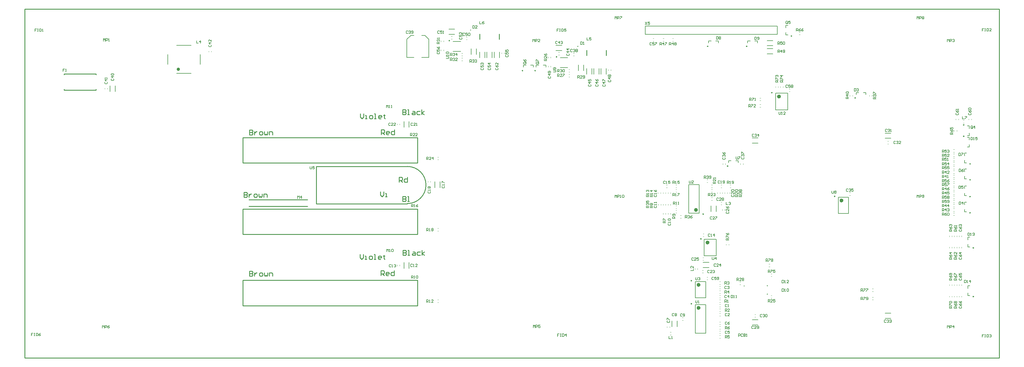
<source format=gto>
G04 Layer_Color=65535*
%FSLAX43Y43*%
%MOMM*%
G71*
G01*
G75*
%ADD29C,0.500*%
%ADD30C,0.250*%
%ADD31C,0.150*%
%ADD34C,0.200*%
%ADD36C,0.254*%
%ADD72C,0.600*%
%ADD73C,0.100*%
D29*
X47500Y88950D02*
G03*
X47500Y88950I-250J0D01*
G01*
D30*
X208250Y36675D02*
G03*
X208250Y36675I-125J0D01*
G01*
X157225Y88525D02*
G03*
X157225Y88525I-125J0D01*
G01*
X249400Y49780D02*
G03*
X249400Y49780I-125J0D01*
G01*
X230075Y81725D02*
G03*
X230075Y81725I-125J0D01*
G01*
X205300Y16685D02*
G03*
X205300Y16685I-125J0D01*
G01*
X205300Y23780D02*
G03*
X205300Y23780I-125J0D01*
G01*
X163800Y92775D02*
G03*
X163800Y92775I-125J0D01*
G01*
X236100Y99200D02*
G03*
X236100Y99200I-125J0D01*
G01*
X292100Y18900D02*
G03*
X292100Y18900I-125J0D01*
G01*
X130800Y97775D02*
G03*
X130800Y97775I-125J0D01*
G01*
X216455Y59095D02*
G03*
X216455Y59095I-125J0D01*
G01*
X208950Y44315D02*
G03*
X208950Y44315I-125J0D01*
G01*
X222325Y96025D02*
G03*
X222325Y96025I-125J0D01*
G01*
X210325D02*
G03*
X210325Y96025I-125J0D01*
G01*
X291100Y59800D02*
G03*
X291100Y59800I-125J0D01*
G01*
Y54900D02*
G03*
X291100Y54900I-125J0D01*
G01*
Y49700D02*
G03*
X291100Y49700I-125J0D01*
G01*
Y44700D02*
G03*
X291100Y44700I-125J0D01*
G01*
X255725Y80125D02*
G03*
X255725Y80125I-125J0D01*
G01*
X292100Y33900D02*
G03*
X292100Y33900I-125J0D01*
G01*
X289150Y71800D02*
G03*
X289150Y71800I-125J0D01*
G01*
Y68300D02*
G03*
X289150Y68300I-125J0D01*
G01*
X153325Y88525D02*
G03*
X153325Y88525I-125J0D01*
G01*
X69000Y48700D02*
X87000D01*
X69000Y46700D02*
X87000D01*
D31*
X52900Y97800D02*
Y97000D01*
X53433D01*
X54100D02*
Y97800D01*
X53700Y97400D01*
X54233D01*
X211600Y31050D02*
Y30383D01*
X211733Y30250D01*
X212000D01*
X212133Y30383D01*
Y31050D01*
X212800Y30250D02*
Y31050D01*
X212400Y30650D01*
X212933D01*
X173023Y98708D02*
Y97908D01*
X173556D01*
X174356Y98708D02*
X173823D01*
Y98308D01*
X174089Y98441D01*
X174223D01*
X174356Y98308D01*
Y98041D01*
X174223Y97908D01*
X173956D01*
X173823Y98041D01*
X158067Y91133D02*
X157534D01*
X157400Y91000D01*
Y90733D01*
X157534Y90600D01*
X158067D01*
X158200Y90733D01*
Y91000D01*
X157933Y90867D02*
X158200Y91133D01*
Y91000D02*
X158067Y91133D01*
X157400Y91400D02*
Y91933D01*
X157534D01*
X158067Y91400D01*
X158200D01*
X248435Y51486D02*
Y50819D01*
X248568Y50686D01*
X248834D01*
X248968Y50819D01*
Y51486D01*
X249234Y51352D02*
X249368Y51486D01*
X249634D01*
X249768Y51352D01*
Y51219D01*
X249634Y51086D01*
X249768Y50952D01*
Y50819D01*
X249634Y50686D01*
X249368D01*
X249234Y50819D01*
Y50952D01*
X249368Y51086D01*
X249234Y51219D01*
Y51352D01*
X249368Y51086D02*
X249634D01*
X171100Y97400D02*
Y96600D01*
X171500D01*
X171633Y96733D01*
Y97266D01*
X171500Y97400D01*
X171100D01*
X171900Y96600D02*
X172166D01*
X172033D01*
Y97400D01*
X171900Y97266D01*
X257400Y17900D02*
Y18700D01*
X257800D01*
X257933Y18566D01*
Y18300D01*
X257800Y18167D01*
X257400D01*
X257667D02*
X257933Y17900D01*
X258200Y18700D02*
X258733D01*
Y18566D01*
X258200Y18033D01*
Y17900D01*
X258999Y18033D02*
X259133Y17900D01*
X259399D01*
X259533Y18033D01*
Y18566D01*
X259399Y18700D01*
X259133D01*
X258999Y18566D01*
Y18433D01*
X259133Y18300D01*
X259533D01*
X111400Y32700D02*
Y33500D01*
X111667Y33233D01*
X111933Y33500D01*
Y32700D01*
X112200D02*
X112466D01*
X112333D01*
Y33500D01*
X112200Y33366D01*
X112866D02*
X112999Y33500D01*
X113266D01*
X113399Y33366D01*
Y32833D01*
X113266Y32700D01*
X112999D01*
X112866Y32833D01*
Y33366D01*
X232100Y75800D02*
Y75133D01*
X232233Y75000D01*
X232500D01*
X232633Y75133D01*
Y75800D01*
X232900Y75000D02*
X233166D01*
X233033D01*
Y75800D01*
X232900Y75666D01*
X234099Y75000D02*
X233566D01*
X234099Y75533D01*
Y75666D01*
X233966Y75800D01*
X233699D01*
X233566Y75666D01*
X12279Y89083D02*
X11746D01*
Y88683D01*
X12013D01*
X11746D01*
Y88283D01*
X12546D02*
X12813D01*
X12679D01*
Y89083D01*
X12546Y88949D01*
X119000Y24500D02*
Y25300D01*
X119400D01*
X119533Y25166D01*
Y24900D01*
X119400Y24767D01*
X119000D01*
X119267D02*
X119533Y24500D01*
X119800D02*
X120066D01*
X119933D01*
Y25300D01*
X119800Y25166D01*
X120466D02*
X120599Y25300D01*
X120866D01*
X120999Y25166D01*
Y24633D01*
X120866Y24500D01*
X120599D01*
X120466Y24633D01*
Y25166D01*
X288600Y74400D02*
Y73600D01*
X289133D01*
X289400Y74400D02*
X289933D01*
Y74266D01*
X289400Y73733D01*
Y73600D01*
X117933Y100666D02*
X117800Y100800D01*
X117533D01*
X117400Y100666D01*
Y100133D01*
X117533Y100000D01*
X117800D01*
X117933Y100133D01*
X118200Y100666D02*
X118333Y100800D01*
X118600D01*
X118733Y100666D01*
Y100533D01*
X118600Y100400D01*
X118466D01*
X118600D01*
X118733Y100267D01*
Y100133D01*
X118600Y100000D01*
X118333D01*
X118200Y100133D01*
X118999D02*
X119133Y100000D01*
X119399D01*
X119533Y100133D01*
Y100666D01*
X119399Y100800D01*
X119133D01*
X118999Y100666D01*
Y100533D01*
X119133Y100400D01*
X119533D01*
X191000Y103500D02*
X191533Y102700D01*
Y103500D02*
X191000Y102700D01*
X192333Y103500D02*
X191800D01*
Y103100D01*
X192066Y103233D01*
X192200D01*
X192333Y103100D01*
Y102833D01*
X192200Y102700D01*
X191933D01*
X191800Y102833D01*
X2567Y7591D02*
X2034D01*
Y7191D01*
X2301D01*
X2034D01*
Y6791D01*
X2834Y7591D02*
X3100D01*
X2967D01*
Y6791D01*
X2834D01*
X3100D01*
X3500Y7591D02*
Y6791D01*
X3900D01*
X4033Y6924D01*
Y7457D01*
X3900Y7591D01*
X3500D01*
X4833D02*
X4567Y7457D01*
X4300Y7191D01*
Y6924D01*
X4433Y6791D01*
X4700D01*
X4833Y6924D01*
Y7058D01*
X4700Y7191D01*
X4300D01*
X206500Y17700D02*
Y17033D01*
X206633Y16900D01*
X206900D01*
X207033Y17033D01*
Y17700D01*
X207300Y16900D02*
X207566D01*
X207433D01*
Y17700D01*
X207300Y17566D01*
X206500Y24800D02*
Y24133D01*
X206633Y24000D01*
X206900D01*
X207033Y24133D01*
Y24800D01*
X207300Y24666D02*
X207433Y24800D01*
X207700D01*
X207833Y24666D01*
Y24533D01*
X207700Y24400D01*
X207566D01*
X207700D01*
X207833Y24267D01*
Y24133D01*
X207700Y24000D01*
X207433D01*
X207300Y24133D01*
X199833Y13566D02*
X199700Y13700D01*
X199433D01*
X199300Y13566D01*
Y13033D01*
X199433Y12900D01*
X199700D01*
X199833Y13033D01*
X200100Y13566D02*
X200233Y13700D01*
X200500D01*
X200633Y13566D01*
Y13433D01*
X200500Y13300D01*
X200633Y13167D01*
Y13033D01*
X200500Y12900D01*
X200233D01*
X200100Y13033D01*
Y13167D01*
X200233Y13300D01*
X200100Y13433D01*
Y13566D01*
X200233Y13300D02*
X200500D01*
X286734Y75433D02*
X286600Y75300D01*
Y75033D01*
X286734Y74900D01*
X287267D01*
X287400Y75033D01*
Y75300D01*
X287267Y75433D01*
X286600Y76233D02*
X286734Y75966D01*
X287000Y75700D01*
X287267D01*
X287400Y75833D01*
Y76100D01*
X287267Y76233D01*
X287133D01*
X287000Y76100D01*
Y75700D01*
X287400Y76499D02*
Y76766D01*
Y76633D01*
X286600D01*
X286734Y76499D01*
X87800Y59000D02*
Y58333D01*
X87933Y58200D01*
X88200D01*
X88333Y58333D01*
Y59000D01*
X89133D02*
X88600D01*
Y58600D01*
X88866Y58733D01*
X89000D01*
X89133Y58600D01*
Y58333D01*
X89000Y58200D01*
X88733D01*
X88600Y58333D01*
X23900Y9200D02*
Y10000D01*
X24167Y9733D01*
X24433Y10000D01*
Y9200D01*
X24700D02*
Y10000D01*
X25100D01*
X25233Y9866D01*
Y9600D01*
X25100Y9467D01*
X24700D01*
X26033Y10000D02*
X25766Y9866D01*
X25499Y9600D01*
Y9333D01*
X25633Y9200D01*
X25899D01*
X26033Y9333D01*
Y9467D01*
X25899Y9600D01*
X25499D01*
X181647Y49421D02*
Y50221D01*
X181913Y49954D01*
X182180Y50221D01*
Y49421D01*
X182447D02*
Y50221D01*
X182846D01*
X182980Y50087D01*
Y49821D01*
X182846Y49688D01*
X182447D01*
X183246Y49421D02*
X183513D01*
X183380D01*
Y50221D01*
X183246Y50087D01*
X183913D02*
X184046Y50221D01*
X184313D01*
X184446Y50087D01*
Y49554D01*
X184313Y49421D01*
X184046D01*
X183913Y49554D01*
Y50087D01*
X84000Y49100D02*
Y49900D01*
X84267Y49633D01*
X84533Y49900D01*
Y49100D01*
X85200D02*
Y49900D01*
X84800Y49500D01*
X85333D01*
X170200Y86200D02*
Y87000D01*
X170600D01*
X170733Y86866D01*
Y86600D01*
X170600Y86467D01*
X170200D01*
X170467D02*
X170733Y86200D01*
X171533D02*
X171000D01*
X171533Y86733D01*
Y86866D01*
X171400Y87000D01*
X171133D01*
X171000Y86866D01*
X171799Y86333D02*
X171933Y86200D01*
X172199D01*
X172333Y86333D01*
Y86866D01*
X172199Y87000D01*
X171933D01*
X171799Y86866D01*
Y86733D01*
X171933Y86600D01*
X172333D01*
X162700Y88100D02*
X163367D01*
X163500Y88233D01*
Y88500D01*
X163367Y88633D01*
X162700D01*
X163367Y88900D02*
X163500Y89033D01*
Y89300D01*
X163367Y89433D01*
X162834D01*
X162700Y89300D01*
Y89033D01*
X162834Y88900D01*
X162967D01*
X163100Y89033D01*
Y89433D01*
X233400Y85000D02*
X232600D01*
Y85400D01*
X232734Y85533D01*
X233000D01*
X233133Y85400D01*
Y85000D01*
Y85267D02*
X233400Y85533D01*
X232600Y85800D02*
Y86333D01*
X232734D01*
X233267Y85800D01*
X233400D01*
Y86999D02*
X232600D01*
X233000Y86599D01*
Y87133D01*
X231900Y85000D02*
X231100D01*
Y85400D01*
X231234Y85533D01*
X231500D01*
X231633Y85400D01*
Y85000D01*
Y85267D02*
X231900Y85533D01*
X231100Y85800D02*
Y86333D01*
X231234D01*
X231767Y85800D01*
X231900D01*
X231234Y86599D02*
X231100Y86733D01*
Y86999D01*
X231234Y87133D01*
X231367D01*
X231500Y86999D01*
Y86866D01*
Y86999D01*
X231633Y87133D01*
X231767D01*
X231900Y86999D01*
Y86733D01*
X231767Y86599D01*
X222800Y77300D02*
Y78100D01*
X223200D01*
X223333Y77966D01*
Y77700D01*
X223200Y77567D01*
X222800D01*
X223067D02*
X223333Y77300D01*
X223600Y78100D02*
X224133D01*
Y77966D01*
X223600Y77433D01*
Y77300D01*
X224933D02*
X224399D01*
X224933Y77833D01*
Y77966D01*
X224799Y78100D01*
X224533D01*
X224399Y77966D01*
X223100Y79300D02*
Y80100D01*
X223500D01*
X223633Y79966D01*
Y79700D01*
X223500Y79567D01*
X223100D01*
X223367D02*
X223633Y79300D01*
X223900Y80100D02*
X224433D01*
Y79966D01*
X223900Y79433D01*
Y79300D01*
X224699D02*
X224966D01*
X224833D01*
Y80100D01*
X224699Y79966D01*
X285400Y15300D02*
X284600D01*
Y15700D01*
X284734Y15833D01*
X285000D01*
X285133Y15700D01*
Y15300D01*
Y15567D02*
X285400Y15833D01*
X284600Y16100D02*
Y16633D01*
X284734D01*
X285267Y16100D01*
X285400D01*
X284734Y16899D02*
X284600Y17033D01*
Y17299D01*
X284734Y17433D01*
X285267D01*
X285400Y17299D01*
Y17033D01*
X285267Y16899D01*
X284734D01*
X285400Y23940D02*
X284600D01*
Y24340D01*
X284734Y24473D01*
X285000D01*
X285133Y24340D01*
Y23940D01*
Y24207D02*
X285400Y24473D01*
X284600Y25273D02*
X284734Y25006D01*
X285000Y24740D01*
X285267D01*
X285400Y24873D01*
Y25140D01*
X285267Y25273D01*
X285133D01*
X285000Y25140D01*
Y24740D01*
X285267Y25539D02*
X285400Y25673D01*
Y25939D01*
X285267Y26073D01*
X284734D01*
X284600Y25939D01*
Y25673D01*
X284734Y25539D01*
X284867D01*
X285000Y25673D01*
Y26073D01*
X286900Y15300D02*
X286100D01*
Y15700D01*
X286234Y15833D01*
X286500D01*
X286633Y15700D01*
Y15300D01*
Y15567D02*
X286900Y15833D01*
X286100Y16633D02*
X286234Y16366D01*
X286500Y16100D01*
X286767D01*
X286900Y16233D01*
Y16500D01*
X286767Y16633D01*
X286633D01*
X286500Y16500D01*
Y16100D01*
X286234Y16899D02*
X286100Y17033D01*
Y17299D01*
X286234Y17433D01*
X286367D01*
X286500Y17299D01*
X286633Y17433D01*
X286767D01*
X286900Y17299D01*
Y17033D01*
X286767Y16899D01*
X286633D01*
X286500Y17033D01*
X286367Y16899D01*
X286234D01*
X286500Y17033D02*
Y17299D01*
X286900Y23940D02*
X286100D01*
Y24340D01*
X286234Y24473D01*
X286500D01*
X286633Y24340D01*
Y23940D01*
Y24207D02*
X286900Y24473D01*
X286100Y25273D02*
X286234Y25006D01*
X286500Y24740D01*
X286767D01*
X286900Y24873D01*
Y25140D01*
X286767Y25273D01*
X286633D01*
X286500Y25140D01*
Y24740D01*
X286100Y25539D02*
Y26073D01*
X286234D01*
X286767Y25539D01*
X286900D01*
X237500Y100700D02*
Y101500D01*
X237900D01*
X238033Y101366D01*
Y101100D01*
X237900Y100967D01*
X237500D01*
X237767D02*
X238033Y100700D01*
X238833Y101500D02*
X238566Y101366D01*
X238300Y101100D01*
Y100833D01*
X238433Y100700D01*
X238700D01*
X238833Y100833D01*
Y100967D01*
X238700Y101100D01*
X238300D01*
X239633Y101500D02*
X239366Y101366D01*
X239099Y101100D01*
Y100833D01*
X239233Y100700D01*
X239499D01*
X239633Y100833D01*
Y100967D01*
X239499Y101100D01*
X239099D01*
X234833Y103133D02*
Y103666D01*
X234700Y103800D01*
X234433D01*
X234300Y103666D01*
Y103133D01*
X234433Y103000D01*
X234700D01*
X234567Y103267D02*
X234833Y103000D01*
X234700D02*
X234833Y103133D01*
X235633Y103800D02*
X235100D01*
Y103400D01*
X235366Y103533D01*
X235500D01*
X235633Y103400D01*
Y103133D01*
X235500Y103000D01*
X235233D01*
X235100Y103133D01*
X289234Y23965D02*
Y23165D01*
X289634D01*
X289767Y23299D01*
Y23832D01*
X289634Y23965D01*
X289234D01*
X290034Y23165D02*
X290300D01*
X290167D01*
Y23965D01*
X290034Y23832D01*
X291100Y23165D02*
Y23965D01*
X290700Y23565D01*
X291233D01*
X287734Y15833D02*
X287600Y15700D01*
Y15433D01*
X287734Y15300D01*
X288267D01*
X288400Y15433D01*
Y15700D01*
X288267Y15833D01*
X287600Y16633D02*
X287734Y16366D01*
X288000Y16100D01*
X288267D01*
X288400Y16233D01*
Y16500D01*
X288267Y16633D01*
X288133D01*
X288000Y16500D01*
Y16100D01*
X287600Y17433D02*
X287734Y17166D01*
X288000Y16899D01*
X288267D01*
X288400Y17033D01*
Y17299D01*
X288267Y17433D01*
X288133D01*
X288000Y17299D01*
Y16899D01*
X287734Y24473D02*
X287600Y24340D01*
Y24073D01*
X287734Y23940D01*
X288267D01*
X288400Y24073D01*
Y24340D01*
X288267Y24473D01*
X287600Y25273D02*
X287734Y25006D01*
X288000Y24740D01*
X288267D01*
X288400Y24873D01*
Y25140D01*
X288267Y25273D01*
X288133D01*
X288000Y25140D01*
Y24740D01*
X287600Y26073D02*
Y25539D01*
X288000D01*
X287867Y25806D01*
Y25939D01*
X288000Y26073D01*
X288267D01*
X288400Y25939D01*
Y25673D01*
X288267Y25539D01*
X287734Y30933D02*
X287600Y30800D01*
Y30533D01*
X287734Y30400D01*
X288267D01*
X288400Y30533D01*
Y30800D01*
X288267Y30933D01*
X287600Y31733D02*
X287734Y31466D01*
X288000Y31200D01*
X288267D01*
X288400Y31333D01*
Y31600D01*
X288267Y31733D01*
X288133D01*
X288000Y31600D01*
Y31200D01*
X288400Y32399D02*
X287600D01*
X288000Y31999D01*
Y32533D01*
X287734Y39533D02*
X287600Y39400D01*
Y39133D01*
X287734Y39000D01*
X288267D01*
X288400Y39133D01*
Y39400D01*
X288267Y39533D01*
X287600Y40333D02*
X287734Y40066D01*
X288000Y39800D01*
X288267D01*
X288400Y39933D01*
Y40200D01*
X288267Y40333D01*
X288133D01*
X288000Y40200D01*
Y39800D01*
X287734Y40599D02*
X287600Y40733D01*
Y40999D01*
X287734Y41133D01*
X287867D01*
X288000Y40999D01*
Y40866D01*
Y40999D01*
X288133Y41133D01*
X288267D01*
X288400Y40999D01*
Y40733D01*
X288267Y40599D01*
X145034Y89333D02*
X144900Y89200D01*
Y88933D01*
X145034Y88800D01*
X145567D01*
X145700Y88933D01*
Y89200D01*
X145567Y89333D01*
X144900Y90133D02*
X145034Y89866D01*
X145300Y89600D01*
X145567D01*
X145700Y89733D01*
Y90000D01*
X145567Y90133D01*
X145433D01*
X145300Y90000D01*
Y89600D01*
X145700Y90933D02*
Y90399D01*
X145167Y90933D01*
X145034D01*
X144900Y90799D01*
Y90533D01*
X145034Y90399D01*
X209100Y55300D02*
Y56100D01*
X209500D01*
X209633Y55966D01*
Y55700D01*
X209500Y55567D01*
X209100D01*
X209367D02*
X209633Y55300D01*
X209900Y55966D02*
X210033Y56100D01*
X210300D01*
X210433Y55966D01*
Y55833D01*
X210300Y55700D01*
X210166D01*
X210300D01*
X210433Y55567D01*
Y55433D01*
X210300Y55300D01*
X210033D01*
X209900Y55433D01*
X210699D02*
X210833Y55300D01*
X211099D01*
X211233Y55433D01*
Y55966D01*
X211099Y56100D01*
X210833D01*
X210699Y55966D01*
Y55833D01*
X210833Y55700D01*
X211233D01*
X220700Y49700D02*
X219900D01*
Y50100D01*
X220034Y50233D01*
X220300D01*
X220433Y50100D01*
Y49700D01*
Y49967D02*
X220700Y50233D01*
X220034Y50500D02*
X219900Y50633D01*
Y50900D01*
X220034Y51033D01*
X220167D01*
X220300Y50900D01*
Y50766D01*
Y50900D01*
X220433Y51033D01*
X220567D01*
X220700Y50900D01*
Y50633D01*
X220567Y50500D01*
X220034Y51299D02*
X219900Y51433D01*
Y51699D01*
X220034Y51833D01*
X220167D01*
X220300Y51699D01*
X220433Y51833D01*
X220567D01*
X220700Y51699D01*
Y51433D01*
X220567Y51299D01*
X220433D01*
X220300Y51433D01*
X220167Y51299D01*
X220034D01*
X220300Y51433D02*
Y51699D01*
X203300Y43100D02*
Y43900D01*
X203700D01*
X203833Y43766D01*
Y43500D01*
X203700Y43367D01*
X203300D01*
X203567D02*
X203833Y43100D01*
X204100Y43766D02*
X204233Y43900D01*
X204500D01*
X204633Y43766D01*
Y43633D01*
X204500Y43500D01*
X204366D01*
X204500D01*
X204633Y43367D01*
Y43233D01*
X204500Y43100D01*
X204233D01*
X204100Y43233D01*
X205433Y43900D02*
X205166Y43766D01*
X204899Y43500D01*
Y43233D01*
X205033Y43100D01*
X205299D01*
X205433Y43233D01*
Y43367D01*
X205299Y43500D01*
X204899D01*
X192100Y46300D02*
X191300D01*
Y46700D01*
X191434Y46833D01*
X191700D01*
X191833Y46700D01*
Y46300D01*
Y46567D02*
X192100Y46833D01*
X191434Y47100D02*
X191300Y47233D01*
Y47500D01*
X191434Y47633D01*
X191567D01*
X191700Y47500D01*
Y47366D01*
Y47500D01*
X191833Y47633D01*
X191967D01*
X192100Y47500D01*
Y47233D01*
X191967Y47100D01*
X191300Y48433D02*
Y47899D01*
X191700D01*
X191567Y48166D01*
Y48299D01*
X191700Y48433D01*
X191967D01*
X192100Y48299D01*
Y48033D01*
X191967Y47899D01*
X233100Y23900D02*
Y23100D01*
X233500D01*
X233633Y23233D01*
Y23766D01*
X233500Y23900D01*
X233100D01*
X233900Y23100D02*
X234166D01*
X234033D01*
Y23900D01*
X233900Y23766D01*
X235099Y23100D02*
X234566D01*
X235099Y23633D01*
Y23766D01*
X234966Y23900D01*
X234699D01*
X234566Y23766D01*
X217400Y19300D02*
Y18500D01*
X217800D01*
X217933Y18633D01*
Y19166D01*
X217800Y19300D01*
X217400D01*
X218200Y18500D02*
X218466D01*
X218333D01*
Y19300D01*
X218200Y19166D01*
X218866Y18500D02*
X219133D01*
X218999D01*
Y19300D01*
X218866Y19166D01*
X233100Y21300D02*
Y20500D01*
X233500D01*
X233633Y20633D01*
Y21166D01*
X233500Y21300D01*
X233100D01*
X233900Y20500D02*
X234166D01*
X234033D01*
Y21300D01*
X233900Y21166D01*
X234566D02*
X234699Y21300D01*
X234966D01*
X235099Y21166D01*
Y20633D01*
X234966Y20500D01*
X234699D01*
X234566Y20633D01*
Y21166D01*
X212033Y24766D02*
X211900Y24900D01*
X211633D01*
X211500Y24766D01*
Y24233D01*
X211633Y24100D01*
X211900D01*
X212033Y24233D01*
X212833Y24900D02*
X212300D01*
Y24500D01*
X212566Y24633D01*
X212700D01*
X212833Y24500D01*
Y24233D01*
X212700Y24100D01*
X212433D01*
X212300Y24233D01*
X213099D02*
X213233Y24100D01*
X213499D01*
X213633Y24233D01*
Y24766D01*
X213499Y24900D01*
X213233D01*
X213099Y24766D01*
Y24633D01*
X213233Y24500D01*
X213633D01*
X111300Y77100D02*
Y77900D01*
X111567Y77633D01*
X111833Y77900D01*
Y77100D01*
X112100D02*
X112366D01*
X112233D01*
Y77900D01*
X112100Y77766D01*
X112766Y77100D02*
X113033D01*
X112899D01*
Y77900D01*
X112766Y77766D01*
X129700Y92300D02*
X130367D01*
X130500Y92433D01*
Y92700D01*
X130367Y92833D01*
X129700D01*
X130500Y93100D02*
Y93366D01*
Y93233D01*
X129700D01*
X129834Y93100D01*
Y93766D02*
X129700Y93899D01*
Y94166D01*
X129834Y94299D01*
X130367D01*
X130500Y94166D01*
Y93899D01*
X130367Y93766D01*
X129834D01*
X218900Y62000D02*
Y61333D01*
X219033Y61200D01*
X219300D01*
X219433Y61333D01*
Y62000D01*
X219700D02*
X220233D01*
Y61866D01*
X219700Y61333D01*
Y61200D01*
X204500Y54600D02*
Y53933D01*
X204633Y53800D01*
X204900D01*
X205033Y53933D01*
Y54600D01*
X205833Y53800D02*
X205300D01*
X205833Y54333D01*
Y54466D01*
X205700Y54600D01*
X205433D01*
X205300Y54466D01*
X231800Y96600D02*
Y97400D01*
X232200D01*
X232333Y97266D01*
Y97000D01*
X232200Y96867D01*
X231800D01*
X232067D02*
X232333Y96600D01*
X233133Y97400D02*
X232600D01*
Y97000D01*
X232866Y97133D01*
X233000D01*
X233133Y97000D01*
Y96733D01*
X233000Y96600D01*
X232733D01*
X232600Y96733D01*
X233399Y97266D02*
X233533Y97400D01*
X233799D01*
X233933Y97266D01*
Y96733D01*
X233799Y96600D01*
X233533D01*
X233399Y96733D01*
Y97266D01*
X231800Y94100D02*
Y94900D01*
X232200D01*
X232333Y94766D01*
Y94500D01*
X232200Y94367D01*
X231800D01*
X232067D02*
X232333Y94100D01*
X233000D02*
Y94900D01*
X232600Y94500D01*
X233133D01*
X233399Y94233D02*
X233533Y94100D01*
X233799D01*
X233933Y94233D01*
Y94766D01*
X233799Y94900D01*
X233533D01*
X233399Y94766D01*
Y94633D01*
X233533Y94500D01*
X233933D01*
X198400Y96400D02*
Y97200D01*
X198800D01*
X198933Y97066D01*
Y96800D01*
X198800Y96667D01*
X198400D01*
X198667D02*
X198933Y96400D01*
X199600D02*
Y97200D01*
X199200Y96800D01*
X199733D01*
X199999Y97066D02*
X200133Y97200D01*
X200399D01*
X200533Y97066D01*
Y96933D01*
X200399Y96800D01*
X200533Y96667D01*
Y96533D01*
X200399Y96400D01*
X200133D01*
X199999Y96533D01*
Y96667D01*
X200133Y96800D01*
X199999Y96933D01*
Y97066D01*
X200133Y96800D02*
X200399D01*
X195500Y96400D02*
Y97200D01*
X195900D01*
X196033Y97066D01*
Y96800D01*
X195900Y96667D01*
X195500D01*
X195767D02*
X196033Y96400D01*
X196700D02*
Y97200D01*
X196300Y96800D01*
X196833D01*
X197099Y97200D02*
X197633D01*
Y97066D01*
X197099Y96533D01*
Y96400D01*
X282400Y51700D02*
Y52500D01*
X282800D01*
X282933Y52366D01*
Y52100D01*
X282800Y51967D01*
X282400D01*
X282667D02*
X282933Y51700D01*
X283600D02*
Y52500D01*
X283200Y52100D01*
X283733D01*
X284533Y52500D02*
X284266Y52366D01*
X283999Y52100D01*
Y51833D01*
X284133Y51700D01*
X284399D01*
X284533Y51833D01*
Y51967D01*
X284399Y52100D01*
X283999D01*
X282400Y50400D02*
Y51200D01*
X282800D01*
X282933Y51066D01*
Y50800D01*
X282800Y50667D01*
X282400D01*
X282667D02*
X282933Y50400D01*
X283600D02*
Y51200D01*
X283200Y50800D01*
X283733D01*
X284533Y51200D02*
X283999D01*
Y50800D01*
X284266Y50933D01*
X284399D01*
X284533Y50800D01*
Y50533D01*
X284399Y50400D01*
X284133D01*
X283999Y50533D01*
X282400Y46500D02*
Y47300D01*
X282800D01*
X282933Y47166D01*
Y46900D01*
X282800Y46767D01*
X282400D01*
X282667D02*
X282933Y46500D01*
X283600D02*
Y47300D01*
X283200Y46900D01*
X283733D01*
X284399Y46500D02*
Y47300D01*
X283999Y46900D01*
X284533D01*
X282400Y45200D02*
Y46000D01*
X282800D01*
X282933Y45866D01*
Y45600D01*
X282800Y45467D01*
X282400D01*
X282667D02*
X282933Y45200D01*
X283600D02*
Y46000D01*
X283200Y45600D01*
X283733D01*
X283999Y45866D02*
X284133Y46000D01*
X284399D01*
X284533Y45866D01*
Y45733D01*
X284399Y45600D01*
X284266D01*
X284399D01*
X284533Y45467D01*
Y45333D01*
X284399Y45200D01*
X284133D01*
X283999Y45333D01*
X253600Y79900D02*
X252800D01*
Y80300D01*
X252934Y80433D01*
X253200D01*
X253333Y80300D01*
Y79900D01*
Y80167D02*
X253600Y80433D01*
Y81100D02*
X252800D01*
X253200Y80700D01*
Y81233D01*
X252934Y81499D02*
X252800Y81633D01*
Y81899D01*
X252934Y82033D01*
X253467D01*
X253600Y81899D01*
Y81633D01*
X253467Y81499D01*
X252934D01*
X262000Y79800D02*
X261200D01*
Y80200D01*
X261334Y80333D01*
X261600D01*
X261733Y80200D01*
Y79800D01*
Y80067D02*
X262000Y80333D01*
X261334Y80600D02*
X261200Y80733D01*
Y81000D01*
X261334Y81133D01*
X261467D01*
X261600Y81000D01*
Y80866D01*
Y81000D01*
X261733Y81133D01*
X261867D01*
X262000Y81000D01*
Y80733D01*
X261867Y80600D01*
X261200Y81399D02*
Y81933D01*
X261334D01*
X261867Y81399D01*
X262000D01*
X131000Y93100D02*
Y93900D01*
X131400D01*
X131533Y93766D01*
Y93500D01*
X131400Y93367D01*
X131000D01*
X131267D02*
X131533Y93100D01*
X131800Y93766D02*
X131933Y93900D01*
X132200D01*
X132333Y93766D01*
Y93633D01*
X132200Y93500D01*
X132066D01*
X132200D01*
X132333Y93367D01*
Y93233D01*
X132200Y93100D01*
X131933D01*
X131800Y93233D01*
X132999Y93100D02*
Y93900D01*
X132599Y93500D01*
X133133D01*
X137000Y91100D02*
Y91900D01*
X137400D01*
X137533Y91766D01*
Y91500D01*
X137400Y91367D01*
X137000D01*
X137267D02*
X137533Y91100D01*
X137800Y91766D02*
X137933Y91900D01*
X138200D01*
X138333Y91766D01*
Y91633D01*
X138200Y91500D01*
X138066D01*
X138200D01*
X138333Y91367D01*
Y91233D01*
X138200Y91100D01*
X137933D01*
X137800Y91233D01*
X138600Y91766D02*
X138733Y91900D01*
X138999D01*
X139133Y91766D01*
Y91633D01*
X138999Y91500D01*
X138866D01*
X138999D01*
X139133Y91367D01*
Y91233D01*
X138999Y91100D01*
X138733D01*
X138600Y91233D01*
X131000Y91600D02*
Y92400D01*
X131400D01*
X131533Y92266D01*
Y92000D01*
X131400Y91867D01*
X131000D01*
X131267D02*
X131533Y91600D01*
X131800Y92266D02*
X131933Y92400D01*
X132200D01*
X132333Y92266D01*
Y92133D01*
X132200Y92000D01*
X132066D01*
X132200D01*
X132333Y91867D01*
Y91733D01*
X132200Y91600D01*
X131933D01*
X131800Y91733D01*
X133133Y91600D02*
X132599D01*
X133133Y92133D01*
Y92266D01*
X132999Y92400D01*
X132733D01*
X132599Y92266D01*
X127700Y96800D02*
X126900D01*
Y97200D01*
X127034Y97333D01*
X127300D01*
X127433Y97200D01*
Y96800D01*
Y97067D02*
X127700Y97333D01*
X127034Y97600D02*
X126900Y97733D01*
Y98000D01*
X127034Y98133D01*
X127167D01*
X127300Y98000D01*
Y97866D01*
Y98000D01*
X127433Y98133D01*
X127567D01*
X127700Y98000D01*
Y97733D01*
X127567Y97600D01*
X127700Y98399D02*
Y98666D01*
Y98533D01*
X126900D01*
X127034Y98399D01*
X164000Y88100D02*
Y88900D01*
X164400D01*
X164533Y88766D01*
Y88500D01*
X164400Y88367D01*
X164000D01*
X164267D02*
X164533Y88100D01*
X164800Y88766D02*
X164933Y88900D01*
X165200D01*
X165333Y88766D01*
Y88633D01*
X165200Y88500D01*
X165066D01*
X165200D01*
X165333Y88367D01*
Y88233D01*
X165200Y88100D01*
X164933D01*
X164800Y88233D01*
X165599Y88766D02*
X165733Y88900D01*
X165999D01*
X166133Y88766D01*
Y88233D01*
X165999Y88100D01*
X165733D01*
X165599Y88233D01*
Y88766D01*
X164000Y86700D02*
Y87500D01*
X164400D01*
X164533Y87366D01*
Y87100D01*
X164400Y86967D01*
X164000D01*
X164267D02*
X164533Y86700D01*
X165333D02*
X164800D01*
X165333Y87233D01*
Y87366D01*
X165200Y87500D01*
X164933D01*
X164800Y87366D01*
X165599Y87500D02*
X166133D01*
Y87366D01*
X165599Y86833D01*
Y86700D01*
X160700Y91600D02*
X159900D01*
Y92000D01*
X160034Y92133D01*
X160300D01*
X160433Y92000D01*
Y91600D01*
Y91867D02*
X160700Y92133D01*
Y92933D02*
Y92400D01*
X160167Y92933D01*
X160034D01*
X159900Y92800D01*
Y92533D01*
X160034Y92400D01*
X159900Y93733D02*
X160034Y93466D01*
X160300Y93199D01*
X160567D01*
X160700Y93333D01*
Y93599D01*
X160567Y93733D01*
X160433D01*
X160300Y93599D01*
Y93199D01*
X123700Y61100D02*
Y61900D01*
X124100D01*
X124233Y61766D01*
Y61500D01*
X124100Y61367D01*
X123700D01*
X123967D02*
X124233Y61100D01*
X125033D02*
X124500D01*
X125033Y61633D01*
Y61766D01*
X124900Y61900D01*
X124633D01*
X124500Y61766D01*
X125699Y61100D02*
Y61900D01*
X125299Y61500D01*
X125833D01*
X210400Y49900D02*
Y50700D01*
X210800D01*
X210933Y50566D01*
Y50300D01*
X210800Y50167D01*
X210400D01*
X210667D02*
X210933Y49900D01*
X211733D02*
X211200D01*
X211733Y50433D01*
Y50566D01*
X211600Y50700D01*
X211333D01*
X211200Y50566D01*
X211999D02*
X212133Y50700D01*
X212399D01*
X212533Y50566D01*
Y50433D01*
X212399Y50300D01*
X212266D01*
X212399D01*
X212533Y50167D01*
Y50033D01*
X212399Y49900D01*
X212133D01*
X211999Y50033D01*
X118700Y68400D02*
Y69200D01*
X119100D01*
X119233Y69066D01*
Y68800D01*
X119100Y68667D01*
X118700D01*
X118967D02*
X119233Y68400D01*
X120033D02*
X119500D01*
X120033Y68933D01*
Y69066D01*
X119900Y69200D01*
X119633D01*
X119500Y69066D01*
X120833Y68400D02*
X120299D01*
X120833Y68933D01*
Y69066D01*
X120699Y69200D01*
X120433D01*
X120299Y69066D01*
X212700Y53700D02*
X211900D01*
Y54100D01*
X212034Y54233D01*
X212300D01*
X212433Y54100D01*
Y53700D01*
Y53967D02*
X212700Y54233D01*
Y55033D02*
Y54500D01*
X212167Y55033D01*
X212034D01*
X211900Y54900D01*
Y54633D01*
X212034Y54500D01*
X212700Y55299D02*
Y55566D01*
Y55433D01*
X211900D01*
X212034Y55299D01*
X219500Y49700D02*
X218700D01*
Y50100D01*
X218834Y50233D01*
X219100D01*
X219233Y50100D01*
Y49700D01*
Y49967D02*
X219500Y50233D01*
Y51033D02*
Y50500D01*
X218967Y51033D01*
X218834D01*
X218700Y50900D01*
Y50633D01*
X218834Y50500D01*
Y51299D02*
X218700Y51433D01*
Y51699D01*
X218834Y51833D01*
X219367D01*
X219500Y51699D01*
Y51433D01*
X219367Y51299D01*
X218834D01*
X216200Y53700D02*
Y54500D01*
X216600D01*
X216733Y54366D01*
Y54100D01*
X216600Y53967D01*
X216200D01*
X216467D02*
X216733Y53700D01*
X217000D02*
X217266D01*
X217133D01*
Y54500D01*
X217000Y54366D01*
X217666Y53833D02*
X217799Y53700D01*
X218066D01*
X218199Y53833D01*
Y54366D01*
X218066Y54500D01*
X217799D01*
X217666Y54366D01*
Y54233D01*
X217799Y54100D01*
X218199D01*
X123700Y39100D02*
Y39900D01*
X124100D01*
X124233Y39766D01*
Y39500D01*
X124100Y39367D01*
X123700D01*
X123967D02*
X124233Y39100D01*
X124500D02*
X124766D01*
X124633D01*
Y39900D01*
X124500Y39766D01*
X125166D02*
X125299Y39900D01*
X125566D01*
X125699Y39766D01*
Y39633D01*
X125566Y39500D01*
X125699Y39367D01*
Y39233D01*
X125566Y39100D01*
X125299D01*
X125166Y39233D01*
Y39367D01*
X125299Y39500D01*
X125166Y39633D01*
Y39766D01*
X125299Y39500D02*
X125566D01*
X199500Y49900D02*
Y50700D01*
X199900D01*
X200033Y50566D01*
Y50300D01*
X199900Y50167D01*
X199500D01*
X199767D02*
X200033Y49900D01*
X200300D02*
X200566D01*
X200433D01*
Y50700D01*
X200300Y50566D01*
X200966Y50700D02*
X201499D01*
Y50566D01*
X200966Y50033D01*
Y49900D01*
X119000Y46500D02*
Y47300D01*
X119400D01*
X119533Y47166D01*
Y46900D01*
X119400Y46767D01*
X119000D01*
X119267D02*
X119533Y46500D01*
X119800D02*
X120066D01*
X119933D01*
Y47300D01*
X119800Y47166D01*
X120999Y47300D02*
X120733Y47166D01*
X120466Y46900D01*
Y46633D01*
X120599Y46500D01*
X120866D01*
X120999Y46633D01*
Y46767D01*
X120866Y46900D01*
X120466D01*
X199500Y53700D02*
Y54500D01*
X199900D01*
X200033Y54366D01*
Y54100D01*
X199900Y53967D01*
X199500D01*
X199767D02*
X200033Y53700D01*
X200300D02*
X200566D01*
X200433D01*
Y54500D01*
X200300Y54366D01*
X201499Y54500D02*
X200966D01*
Y54100D01*
X201233Y54233D01*
X201366D01*
X201499Y54100D01*
Y53833D01*
X201366Y53700D01*
X201099D01*
X200966Y53833D01*
X193300Y49700D02*
X192500D01*
Y50100D01*
X192634Y50233D01*
X192900D01*
X193033Y50100D01*
Y49700D01*
Y49967D02*
X193300Y50233D01*
Y50500D02*
Y50766D01*
Y50633D01*
X192500D01*
X192634Y50500D01*
X193300Y51566D02*
X192500D01*
X192900Y51166D01*
Y51699D01*
X192100Y49700D02*
X191300D01*
Y50100D01*
X191434Y50233D01*
X191700D01*
X191833Y50100D01*
Y49700D01*
Y49967D02*
X192100Y50233D01*
Y50500D02*
Y50766D01*
Y50633D01*
X191300D01*
X191434Y50500D01*
Y51166D02*
X191300Y51299D01*
Y51566D01*
X191434Y51699D01*
X191567D01*
X191700Y51566D01*
Y51433D01*
Y51566D01*
X191833Y51699D01*
X191967D01*
X192100Y51566D01*
Y51299D01*
X191967Y51166D01*
X123700Y17100D02*
Y17900D01*
X124100D01*
X124233Y17766D01*
Y17500D01*
X124100Y17367D01*
X123700D01*
X123967D02*
X124233Y17100D01*
X124500D02*
X124766D01*
X124633D01*
Y17900D01*
X124500Y17766D01*
X125699Y17100D02*
X125166D01*
X125699Y17633D01*
Y17766D01*
X125566Y17900D01*
X125299D01*
X125166Y17766D01*
X199600Y47300D02*
Y48100D01*
X200000D01*
X200133Y47966D01*
Y47700D01*
X200000Y47567D01*
X199600D01*
X199867D02*
X200133Y47300D01*
X200400D02*
X200666D01*
X200533D01*
Y48100D01*
X200400Y47966D01*
X201066Y47300D02*
X201333D01*
X201199D01*
Y48100D01*
X201066Y47966D01*
X200200Y43000D02*
X199400D01*
Y43400D01*
X199534Y43533D01*
X199800D01*
X199933Y43400D01*
Y43000D01*
Y43267D02*
X200200Y43533D01*
X200067Y43800D02*
X200200Y43933D01*
Y44200D01*
X200067Y44333D01*
X199534D01*
X199400Y44200D01*
Y43933D01*
X199534Y43800D01*
X199667D01*
X199800Y43933D01*
Y44333D01*
X193300Y46300D02*
X192500D01*
Y46700D01*
X192634Y46833D01*
X192900D01*
X193033Y46700D01*
Y46300D01*
Y46567D02*
X193300Y46833D01*
X192634Y47100D02*
X192500Y47233D01*
Y47500D01*
X192634Y47633D01*
X192767D01*
X192900Y47500D01*
X193033Y47633D01*
X193167D01*
X193300Y47500D01*
Y47233D01*
X193167Y47100D01*
X193033D01*
X192900Y47233D01*
X192767Y47100D01*
X192634D01*
X192900Y47233D02*
Y47500D01*
X197300Y41600D02*
X196500D01*
Y42000D01*
X196634Y42133D01*
X196900D01*
X197033Y42000D01*
Y41600D01*
Y41867D02*
X197300Y42133D01*
X196500Y42400D02*
Y42933D01*
X196634D01*
X197167Y42400D01*
X197300D01*
X215600Y8900D02*
Y9700D01*
X216000D01*
X216133Y9566D01*
Y9300D01*
X216000Y9167D01*
X215600D01*
X215867D02*
X216133Y8900D01*
X216933Y9700D02*
X216666Y9566D01*
X216400Y9300D01*
Y9033D01*
X216533Y8900D01*
X216800D01*
X216933Y9033D01*
Y9167D01*
X216800Y9300D01*
X216400D01*
X215600Y6100D02*
Y6900D01*
X216000D01*
X216133Y6766D01*
Y6500D01*
X216000Y6367D01*
X215600D01*
X215867D02*
X216133Y6100D01*
X216933Y6900D02*
X216400D01*
Y6500D01*
X216666Y6633D01*
X216800D01*
X216933Y6500D01*
Y6233D01*
X216800Y6100D01*
X216533D01*
X216400Y6233D01*
X215500Y19900D02*
Y20700D01*
X215900D01*
X216033Y20566D01*
Y20300D01*
X215900Y20167D01*
X215500D01*
X215767D02*
X216033Y19900D01*
X216700D02*
Y20700D01*
X216300Y20300D01*
X216833D01*
X215500Y22700D02*
Y23500D01*
X215900D01*
X216033Y23366D01*
Y23100D01*
X215900Y22967D01*
X215500D01*
X215767D02*
X216033Y22700D01*
X216300Y23366D02*
X216433Y23500D01*
X216700D01*
X216833Y23366D01*
Y23233D01*
X216700Y23100D01*
X216566D01*
X216700D01*
X216833Y22967D01*
Y22833D01*
X216700Y22700D01*
X216433D01*
X216300Y22833D01*
X215600Y14300D02*
Y15100D01*
X216000D01*
X216133Y14966D01*
Y14700D01*
X216000Y14567D01*
X215600D01*
X215867D02*
X216133Y14300D01*
X216933D02*
X216400D01*
X216933Y14833D01*
Y14966D01*
X216800Y15100D01*
X216533D01*
X216400Y14966D01*
X215500Y17100D02*
Y17900D01*
X215900D01*
X216033Y17766D01*
Y17500D01*
X215900Y17367D01*
X215500D01*
X215767D02*
X216033Y17100D01*
X216300D02*
X216566D01*
X216433D01*
Y17900D01*
X216300Y17766D01*
X219685Y6602D02*
Y7402D01*
X220085D01*
X220218Y7269D01*
Y7002D01*
X220085Y6869D01*
X219685D01*
X221018Y7269D02*
X220885Y7402D01*
X220618D01*
X220485Y7269D01*
Y6735D01*
X220618Y6602D01*
X220885D01*
X221018Y6735D01*
X221285Y7402D02*
Y6602D01*
X221685D01*
X221818Y6735D01*
Y6869D01*
X221685Y7002D01*
X221285D01*
X221685D01*
X221818Y7135D01*
Y7269D01*
X221685Y7402D01*
X221285D01*
X222084Y6602D02*
X222351D01*
X222218D01*
Y7402D01*
X222084Y7269D01*
X140016Y103714D02*
Y102915D01*
X140550D01*
X141349Y103714D02*
X141083Y103581D01*
X140816Y103314D01*
Y103048D01*
X140949Y102915D01*
X141216D01*
X141349Y103048D01*
Y103181D01*
X141216Y103314D01*
X140816D01*
X215900Y48000D02*
Y47200D01*
X216433D01*
X216700Y47866D02*
X216833Y48000D01*
X217100D01*
X217233Y47866D01*
Y47733D01*
X217100Y47600D01*
X216966D01*
X217100D01*
X217233Y47467D01*
Y47333D01*
X217100Y47200D01*
X216833D01*
X216700Y47333D01*
X205000Y26900D02*
X205800D01*
Y27433D01*
Y28233D02*
Y27700D01*
X205267Y28233D01*
X205134D01*
X205000Y28100D01*
Y27833D01*
X205134Y27700D01*
X198300Y6700D02*
Y5900D01*
X198833D01*
X199100D02*
X199366D01*
X199233D01*
Y6700D01*
X199100Y6566D01*
X295233Y7200D02*
X294700D01*
Y6800D01*
X294967D01*
X294700D01*
Y6400D01*
X295500Y7200D02*
X295766D01*
X295633D01*
Y6400D01*
X295500D01*
X295766D01*
X296166Y7200D02*
Y6400D01*
X296566D01*
X296699Y6533D01*
Y7066D01*
X296566Y7200D01*
X296166D01*
X296966Y7066D02*
X297099Y7200D01*
X297366D01*
X297499Y7066D01*
Y6933D01*
X297366Y6800D01*
X297233D01*
X297366D01*
X297499Y6667D01*
Y6533D01*
X297366Y6400D01*
X297099D01*
X296966Y6533D01*
X295233Y101500D02*
X294700D01*
Y101100D01*
X294967D01*
X294700D01*
Y100700D01*
X295500Y101500D02*
X295766D01*
X295633D01*
Y100700D01*
X295500D01*
X295766D01*
X296166Y101500D02*
Y100700D01*
X296566D01*
X296699Y100833D01*
Y101366D01*
X296566Y101500D01*
X296166D01*
X297499Y100700D02*
X296966D01*
X297499Y101233D01*
Y101366D01*
X297366Y101500D01*
X297099D01*
X296966Y101366D01*
X3633Y101400D02*
X3100D01*
Y101000D01*
X3367D01*
X3100D01*
Y100600D01*
X3900Y101400D02*
X4166D01*
X4033D01*
Y100600D01*
X3900D01*
X4166D01*
X4566Y101400D02*
Y100600D01*
X4966D01*
X5099Y100733D01*
Y101266D01*
X4966Y101400D01*
X4566D01*
X5366Y100600D02*
X5633D01*
X5499D01*
Y101400D01*
X5366Y101266D01*
X224700Y98900D02*
Y98100D01*
X225100D01*
X225233Y98233D01*
Y98766D01*
X225100Y98900D01*
X224700D01*
X225500Y98233D02*
X225633Y98100D01*
X225900D01*
X226033Y98233D01*
Y98766D01*
X225900Y98900D01*
X225633D01*
X225500Y98766D01*
Y98633D01*
X225633Y98500D01*
X226033D01*
X212900Y99000D02*
Y98200D01*
X213300D01*
X213433Y98333D01*
Y98866D01*
X213300Y99000D01*
X212900D01*
X213700Y98866D02*
X213833Y99000D01*
X214100D01*
X214233Y98866D01*
Y98733D01*
X214100Y98600D01*
X214233Y98467D01*
Y98333D01*
X214100Y98200D01*
X213833D01*
X213700Y98333D01*
Y98467D01*
X213833Y98600D01*
X213700Y98733D01*
Y98866D01*
X213833Y98600D02*
X214100D01*
X287500Y63100D02*
Y62300D01*
X287900D01*
X288033Y62433D01*
Y62966D01*
X287900Y63100D01*
X287500D01*
X288300D02*
X288833D01*
Y62966D01*
X288300Y62433D01*
Y62300D01*
X287600Y58200D02*
Y57400D01*
X288000D01*
X288133Y57533D01*
Y58066D01*
X288000Y58200D01*
X287600D01*
X288933D02*
X288666Y58066D01*
X288400Y57800D01*
Y57533D01*
X288533Y57400D01*
X288800D01*
X288933Y57533D01*
Y57667D01*
X288800Y57800D01*
X288400D01*
X287500Y53000D02*
Y52200D01*
X287900D01*
X288033Y52333D01*
Y52866D01*
X287900Y53000D01*
X287500D01*
X288833D02*
X288300D01*
Y52600D01*
X288566Y52733D01*
X288700D01*
X288833Y52600D01*
Y52333D01*
X288700Y52200D01*
X288433D01*
X288300Y52333D01*
X287600Y48100D02*
Y47300D01*
X288000D01*
X288133Y47433D01*
Y47966D01*
X288000Y48100D01*
X287600D01*
X288800Y47300D02*
Y48100D01*
X288400Y47700D01*
X288933D01*
X255300Y83000D02*
Y82200D01*
X255700D01*
X255833Y82333D01*
Y82866D01*
X255700Y83000D01*
X255300D01*
X256100Y82866D02*
X256233Y83000D01*
X256500D01*
X256633Y82866D01*
Y82733D01*
X256500Y82600D01*
X256366D01*
X256500D01*
X256633Y82467D01*
Y82333D01*
X256500Y82200D01*
X256233D01*
X256100Y82333D01*
X137900Y102400D02*
Y101600D01*
X138300D01*
X138433Y101733D01*
Y102266D01*
X138300Y102400D01*
X137900D01*
X139233Y101600D02*
X138700D01*
X139233Y102133D01*
Y102266D01*
X139100Y102400D01*
X138833D01*
X138700Y102266D01*
X234833Y83966D02*
X234700Y84100D01*
X234433D01*
X234300Y83966D01*
Y83433D01*
X234433Y83300D01*
X234700D01*
X234833Y83433D01*
X235633Y84100D02*
X235100D01*
Y83700D01*
X235366Y83833D01*
X235500D01*
X235633Y83700D01*
Y83433D01*
X235500Y83300D01*
X235233D01*
X235100Y83433D01*
X235899Y83966D02*
X236033Y84100D01*
X236299D01*
X236433Y83966D01*
Y83833D01*
X236299Y83700D01*
X236433Y83567D01*
Y83433D01*
X236299Y83300D01*
X236033D01*
X235899Y83433D01*
Y83567D01*
X236033Y83700D01*
X235899Y83833D01*
Y83966D01*
X236033Y83700D02*
X236299D01*
X192933Y97066D02*
X192800Y97200D01*
X192533D01*
X192400Y97066D01*
Y96533D01*
X192533Y96400D01*
X192800D01*
X192933Y96533D01*
X193733Y97200D02*
X193200D01*
Y96800D01*
X193466Y96933D01*
X193600D01*
X193733Y96800D01*
Y96533D01*
X193600Y96400D01*
X193333D01*
X193200Y96533D01*
X193999Y97200D02*
X194533D01*
Y97066D01*
X193999Y96533D01*
Y96400D01*
X127034Y94233D02*
X126900Y94100D01*
Y93833D01*
X127034Y93700D01*
X127567D01*
X127700Y93833D01*
Y94100D01*
X127567Y94233D01*
X126900Y95033D02*
Y94500D01*
X127300D01*
X127167Y94766D01*
Y94900D01*
X127300Y95033D01*
X127567D01*
X127700Y94900D01*
Y94633D01*
X127567Y94500D01*
X126900Y95833D02*
X127034Y95566D01*
X127300Y95299D01*
X127567D01*
X127700Y95433D01*
Y95699D01*
X127567Y95833D01*
X127433D01*
X127300Y95699D01*
Y95299D01*
X148134Y93333D02*
X148000Y93200D01*
Y92933D01*
X148134Y92800D01*
X148667D01*
X148800Y92933D01*
Y93200D01*
X148667Y93333D01*
X148000Y94133D02*
Y93600D01*
X148400D01*
X148267Y93866D01*
Y94000D01*
X148400Y94133D01*
X148667D01*
X148800Y94000D01*
Y93733D01*
X148667Y93600D01*
X148000Y94933D02*
Y94399D01*
X148400D01*
X148267Y94666D01*
Y94799D01*
X148400Y94933D01*
X148667D01*
X148800Y94799D01*
Y94533D01*
X148667Y94399D01*
X142734Y89333D02*
X142600Y89200D01*
Y88933D01*
X142734Y88800D01*
X143267D01*
X143400Y88933D01*
Y89200D01*
X143267Y89333D01*
X142600Y90133D02*
Y89600D01*
X143000D01*
X142867Y89866D01*
Y90000D01*
X143000Y90133D01*
X143267D01*
X143400Y90000D01*
Y89733D01*
X143267Y89600D01*
X143400Y90799D02*
X142600D01*
X143000Y90399D01*
Y90933D01*
X140534Y89333D02*
X140400Y89200D01*
Y88933D01*
X140534Y88800D01*
X141067D01*
X141200Y88933D01*
Y89200D01*
X141067Y89333D01*
X140400Y90133D02*
Y89600D01*
X140800D01*
X140667Y89866D01*
Y90000D01*
X140800Y90133D01*
X141067D01*
X141200Y90000D01*
Y89733D01*
X141067Y89600D01*
X140534Y90399D02*
X140400Y90533D01*
Y90799D01*
X140534Y90933D01*
X140667D01*
X140800Y90799D01*
Y90666D01*
Y90799D01*
X140933Y90933D01*
X141067D01*
X141200Y90799D01*
Y90533D01*
X141067Y90399D01*
X133934Y98733D02*
X133800Y98600D01*
Y98333D01*
X133934Y98200D01*
X134467D01*
X134600Y98333D01*
Y98600D01*
X134467Y98733D01*
X133800Y99533D02*
Y99000D01*
X134200D01*
X134067Y99266D01*
Y99400D01*
X134200Y99533D01*
X134467D01*
X134600Y99400D01*
Y99133D01*
X134467Y99000D01*
X134600Y100333D02*
Y99799D01*
X134067Y100333D01*
X133934D01*
X133800Y100199D01*
Y99933D01*
X133934Y99799D01*
X127633Y100666D02*
X127500Y100800D01*
X127233D01*
X127100Y100666D01*
Y100133D01*
X127233Y100000D01*
X127500D01*
X127633Y100133D01*
X128433Y100800D02*
X127900D01*
Y100400D01*
X128166Y100533D01*
X128300D01*
X128433Y100400D01*
Y100133D01*
X128300Y100000D01*
X128033D01*
X127900Y100133D01*
X128700Y100000D02*
X128966D01*
X128833D01*
Y100800D01*
X128700Y100666D01*
X135433Y99966D02*
X135300Y100100D01*
X135033D01*
X134900Y99966D01*
Y99433D01*
X135033Y99300D01*
X135300D01*
X135433Y99433D01*
X136233Y100100D02*
X135700D01*
Y99700D01*
X135966Y99833D01*
X136100D01*
X136233Y99700D01*
Y99433D01*
X136100Y99300D01*
X135833D01*
X135700Y99433D01*
X136500Y99966D02*
X136633Y100100D01*
X136899D01*
X137033Y99966D01*
Y99433D01*
X136899Y99300D01*
X136633D01*
X136500Y99433D01*
Y99966D01*
X161234Y86733D02*
X161100Y86600D01*
Y86333D01*
X161234Y86200D01*
X161767D01*
X161900Y86333D01*
Y86600D01*
X161767Y86733D01*
X161900Y87400D02*
X161100D01*
X161500Y87000D01*
Y87533D01*
X161767Y87799D02*
X161900Y87933D01*
Y88199D01*
X161767Y88333D01*
X161234D01*
X161100Y88199D01*
Y87933D01*
X161234Y87799D01*
X161367D01*
X161500Y87933D01*
Y88333D01*
X179734Y85633D02*
X179600Y85500D01*
Y85233D01*
X179734Y85100D01*
X180267D01*
X180400Y85233D01*
Y85500D01*
X180267Y85633D01*
X180400Y86300D02*
X179600D01*
X180000Y85900D01*
Y86433D01*
X179734Y86699D02*
X179600Y86833D01*
Y87099D01*
X179734Y87233D01*
X179867D01*
X180000Y87099D01*
X180133Y87233D01*
X180267D01*
X180400Y87099D01*
Y86833D01*
X180267Y86699D01*
X180133D01*
X180000Y86833D01*
X179867Y86699D01*
X179734D01*
X180000Y86833D02*
Y87099D01*
X178034Y84233D02*
X177900Y84100D01*
Y83833D01*
X178034Y83700D01*
X178567D01*
X178700Y83833D01*
Y84100D01*
X178567Y84233D01*
X178700Y84900D02*
X177900D01*
X178300Y84500D01*
Y85033D01*
X177900Y85299D02*
Y85833D01*
X178034D01*
X178567Y85299D01*
X178700D01*
X175834Y84233D02*
X175700Y84100D01*
Y83833D01*
X175834Y83700D01*
X176367D01*
X176500Y83833D01*
Y84100D01*
X176367Y84233D01*
X176500Y84900D02*
X175700D01*
X176100Y84500D01*
Y85033D01*
X175700Y85833D02*
X175834Y85566D01*
X176100Y85299D01*
X176367D01*
X176500Y85433D01*
Y85699D01*
X176367Y85833D01*
X176233D01*
X176100Y85699D01*
Y85299D01*
X173634Y84233D02*
X173500Y84100D01*
Y83833D01*
X173634Y83700D01*
X174167D01*
X174300Y83833D01*
Y84100D01*
X174167Y84233D01*
X174300Y84900D02*
X173500D01*
X173900Y84500D01*
Y85033D01*
X173500Y85833D02*
Y85299D01*
X173900D01*
X173767Y85566D01*
Y85699D01*
X173900Y85833D01*
X174167D01*
X174300Y85699D01*
Y85433D01*
X174167Y85299D01*
X166934Y93733D02*
X166800Y93600D01*
Y93333D01*
X166934Y93200D01*
X167467D01*
X167600Y93333D01*
Y93600D01*
X167467Y93733D01*
X167600Y94400D02*
X166800D01*
X167200Y94000D01*
Y94533D01*
X167600Y95199D02*
X166800D01*
X167200Y94799D01*
Y95333D01*
X163933Y97466D02*
X163800Y97600D01*
X163533D01*
X163400Y97466D01*
Y96933D01*
X163533Y96800D01*
X163800D01*
X163933Y96933D01*
X164600Y96800D02*
Y97600D01*
X164200Y97200D01*
X164733D01*
X164999Y97466D02*
X165133Y97600D01*
X165399D01*
X165533Y97466D01*
Y97333D01*
X165399Y97200D01*
X165266D01*
X165399D01*
X165533Y97067D01*
Y96933D01*
X165399Y96800D01*
X165133D01*
X164999Y96933D01*
X56734Y96433D02*
X56600Y96300D01*
Y96033D01*
X56734Y95900D01*
X57267D01*
X57400Y96033D01*
Y96300D01*
X57267Y96433D01*
X57400Y97100D02*
X56600D01*
X57000Y96700D01*
Y97233D01*
X57400Y98033D02*
Y97499D01*
X56867Y98033D01*
X56734D01*
X56600Y97899D01*
Y97633D01*
X56734Y97499D01*
X24734Y85033D02*
X24600Y84900D01*
Y84633D01*
X24734Y84500D01*
X25267D01*
X25400Y84633D01*
Y84900D01*
X25267Y85033D01*
X25400Y85700D02*
X24600D01*
X25000Y85300D01*
Y85833D01*
X25400Y86099D02*
Y86366D01*
Y86233D01*
X24600D01*
X24734Y86099D01*
X26734Y86033D02*
X26600Y85900D01*
Y85633D01*
X26734Y85500D01*
X27267D01*
X27400Y85633D01*
Y85900D01*
X27267Y86033D01*
X27400Y86700D02*
X26600D01*
X27000Y86300D01*
Y86833D01*
X26734Y87099D02*
X26600Y87233D01*
Y87499D01*
X26734Y87633D01*
X27267D01*
X27400Y87499D01*
Y87233D01*
X27267Y87099D01*
X26734D01*
X168533Y94966D02*
X168400Y95100D01*
X168133D01*
X168000Y94966D01*
Y94433D01*
X168133Y94300D01*
X168400D01*
X168533Y94433D01*
X168800Y94966D02*
X168933Y95100D01*
X169200D01*
X169333Y94966D01*
Y94833D01*
X169200Y94700D01*
X169066D01*
X169200D01*
X169333Y94567D01*
Y94433D01*
X169200Y94300D01*
X168933D01*
X168800Y94433D01*
X169599Y94966D02*
X169733Y95100D01*
X169999D01*
X170133Y94966D01*
Y94833D01*
X169999Y94700D01*
X170133Y94567D01*
Y94433D01*
X169999Y94300D01*
X169733D01*
X169599Y94433D01*
Y94567D01*
X169733Y94700D01*
X169599Y94833D01*
Y94966D01*
X169733Y94700D02*
X169999D01*
X220734Y61833D02*
X220600Y61700D01*
Y61433D01*
X220734Y61300D01*
X221267D01*
X221400Y61433D01*
Y61700D01*
X221267Y61833D01*
X220734Y62100D02*
X220600Y62233D01*
Y62500D01*
X220734Y62633D01*
X220867D01*
X221000Y62500D01*
Y62366D01*
Y62500D01*
X221133Y62633D01*
X221267D01*
X221400Y62500D01*
Y62233D01*
X221267Y62100D01*
X220600Y62899D02*
Y63433D01*
X220734D01*
X221267Y62899D01*
X221400D01*
X214934Y61733D02*
X214800Y61600D01*
Y61333D01*
X214934Y61200D01*
X215467D01*
X215600Y61333D01*
Y61600D01*
X215467Y61733D01*
X214934Y62000D02*
X214800Y62133D01*
Y62400D01*
X214934Y62533D01*
X215067D01*
X215200Y62400D01*
Y62266D01*
Y62400D01*
X215333Y62533D01*
X215467D01*
X215600Y62400D01*
Y62133D01*
X215467Y62000D01*
X214800Y63333D02*
X214934Y63066D01*
X215200Y62799D01*
X215467D01*
X215600Y62933D01*
Y63199D01*
X215467Y63333D01*
X215333D01*
X215200Y63199D01*
Y62799D01*
X253433Y51966D02*
X253300Y52100D01*
X253033D01*
X252900Y51966D01*
Y51433D01*
X253033Y51300D01*
X253300D01*
X253433Y51433D01*
X253700Y51966D02*
X253833Y52100D01*
X254100D01*
X254233Y51966D01*
Y51833D01*
X254100Y51700D01*
X253966D01*
X254100D01*
X254233Y51567D01*
Y51433D01*
X254100Y51300D01*
X253833D01*
X253700Y51433D01*
X255033Y52100D02*
X254499D01*
Y51700D01*
X254766Y51833D01*
X254899D01*
X255033Y51700D01*
Y51433D01*
X254899Y51300D01*
X254633D01*
X254499Y51433D01*
X224433Y68866D02*
X224300Y69000D01*
X224033D01*
X223900Y68866D01*
Y68333D01*
X224033Y68200D01*
X224300D01*
X224433Y68333D01*
X224700Y68866D02*
X224833Y69000D01*
X225100D01*
X225233Y68866D01*
Y68733D01*
X225100Y68600D01*
X224966D01*
X225100D01*
X225233Y68467D01*
Y68333D01*
X225100Y68200D01*
X224833D01*
X224700Y68333D01*
X225899Y68200D02*
Y69000D01*
X225499Y68600D01*
X226033D01*
X265133Y11566D02*
X265000Y11700D01*
X264733D01*
X264600Y11566D01*
Y11033D01*
X264733Y10900D01*
X265000D01*
X265133Y11033D01*
X265400Y11566D02*
X265533Y11700D01*
X265800D01*
X265933Y11566D01*
Y11433D01*
X265800Y11300D01*
X265666D01*
X265800D01*
X265933Y11167D01*
Y11033D01*
X265800Y10900D01*
X265533D01*
X265400Y11033D01*
X266199Y11566D02*
X266333Y11700D01*
X266599D01*
X266733Y11566D01*
Y11433D01*
X266599Y11300D01*
X266466D01*
X266599D01*
X266733Y11167D01*
Y11033D01*
X266599Y10900D01*
X266333D01*
X266199Y11033D01*
X268033Y66666D02*
X267900Y66800D01*
X267633D01*
X267500Y66666D01*
Y66133D01*
X267633Y66000D01*
X267900D01*
X268033Y66133D01*
X268300Y66666D02*
X268433Y66800D01*
X268700D01*
X268833Y66666D01*
Y66533D01*
X268700Y66400D01*
X268566D01*
X268700D01*
X268833Y66267D01*
Y66133D01*
X268700Y66000D01*
X268433D01*
X268300Y66133D01*
X269633Y66000D02*
X269099D01*
X269633Y66533D01*
Y66666D01*
X269499Y66800D01*
X269233D01*
X269099Y66666D01*
X265433Y70366D02*
X265300Y70500D01*
X265033D01*
X264900Y70366D01*
Y69833D01*
X265033Y69700D01*
X265300D01*
X265433Y69833D01*
X265700Y70366D02*
X265833Y70500D01*
X266100D01*
X266233Y70366D01*
Y70233D01*
X266100Y70100D01*
X265966D01*
X266100D01*
X266233Y69967D01*
Y69833D01*
X266100Y69700D01*
X265833D01*
X265700Y69833D01*
X266499Y69700D02*
X266766D01*
X266633D01*
Y70500D01*
X266499Y70366D01*
X226933Y13266D02*
X226800Y13400D01*
X226533D01*
X226400Y13266D01*
Y12733D01*
X226533Y12600D01*
X226800D01*
X226933Y12733D01*
X227200Y13266D02*
X227333Y13400D01*
X227600D01*
X227733Y13266D01*
Y13133D01*
X227600Y13000D01*
X227466D01*
X227600D01*
X227733Y12867D01*
Y12733D01*
X227600Y12600D01*
X227333D01*
X227200Y12733D01*
X227999Y13266D02*
X228133Y13400D01*
X228399D01*
X228533Y13266D01*
Y12733D01*
X228399Y12600D01*
X228133D01*
X227999Y12733D01*
Y13266D01*
X224333Y9666D02*
X224200Y9800D01*
X223933D01*
X223800Y9666D01*
Y9133D01*
X223933Y9000D01*
X224200D01*
X224333Y9133D01*
X225133Y9000D02*
X224600D01*
X225133Y9533D01*
Y9666D01*
X225000Y9800D01*
X224733D01*
X224600Y9666D01*
X225399Y9133D02*
X225533Y9000D01*
X225799D01*
X225933Y9133D01*
Y9666D01*
X225799Y9800D01*
X225533D01*
X225399Y9666D01*
Y9533D01*
X225533Y9400D01*
X225933D01*
X213533Y49166D02*
X213400Y49300D01*
X213133D01*
X213000Y49166D01*
Y48633D01*
X213133Y48500D01*
X213400D01*
X213533Y48633D01*
X214333Y48500D02*
X213800D01*
X214333Y49033D01*
Y49166D01*
X214200Y49300D01*
X213933D01*
X213800Y49166D01*
X214599D02*
X214733Y49300D01*
X214999D01*
X215133Y49166D01*
Y49033D01*
X214999Y48900D01*
X215133Y48767D01*
Y48633D01*
X214999Y48500D01*
X214733D01*
X214599Y48633D01*
Y48767D01*
X214733Y48900D01*
X214599Y49033D01*
Y49166D01*
X214733Y48900D02*
X214999D01*
X211533Y43366D02*
X211400Y43500D01*
X211133D01*
X211000Y43366D01*
Y42833D01*
X211133Y42700D01*
X211400D01*
X211533Y42833D01*
X212333Y42700D02*
X211800D01*
X212333Y43233D01*
Y43366D01*
X212200Y43500D01*
X211933D01*
X211800Y43366D01*
X212599Y43500D02*
X213133D01*
Y43366D01*
X212599Y42833D01*
Y42700D01*
X216034Y45033D02*
X215900Y44900D01*
Y44633D01*
X216034Y44500D01*
X216567D01*
X216700Y44633D01*
Y44900D01*
X216567Y45033D01*
X216700Y45833D02*
Y45300D01*
X216167Y45833D01*
X216034D01*
X215900Y45700D01*
Y45433D01*
X216034Y45300D01*
X215900Y46633D02*
X216034Y46366D01*
X216300Y46099D01*
X216567D01*
X216700Y46233D01*
Y46499D01*
X216567Y46633D01*
X216433D01*
X216300Y46499D01*
Y46099D01*
X205833Y30716D02*
X205700Y30850D01*
X205433D01*
X205300Y30716D01*
Y30183D01*
X205433Y30050D01*
X205700D01*
X205833Y30183D01*
X206633Y30050D02*
X206100D01*
X206633Y30583D01*
Y30716D01*
X206500Y30850D01*
X206233D01*
X206100Y30716D01*
X207433Y30850D02*
X206899D01*
Y30450D01*
X207166Y30583D01*
X207299D01*
X207433Y30450D01*
Y30183D01*
X207299Y30050D01*
X207033D01*
X206899Y30183D01*
X212733Y28866D02*
X212600Y29000D01*
X212333D01*
X212200Y28866D01*
Y28333D01*
X212333Y28200D01*
X212600D01*
X212733Y28333D01*
X213533Y28200D02*
X213000D01*
X213533Y28733D01*
Y28866D01*
X213400Y29000D01*
X213133D01*
X213000Y28866D01*
X214199Y28200D02*
Y29000D01*
X213799Y28600D01*
X214333D01*
X210733Y26866D02*
X210600Y27000D01*
X210333D01*
X210200Y26866D01*
Y26333D01*
X210333Y26200D01*
X210600D01*
X210733Y26333D01*
X211533Y26200D02*
X211000D01*
X211533Y26733D01*
Y26866D01*
X211400Y27000D01*
X211133D01*
X211000Y26866D01*
X211799D02*
X211933Y27000D01*
X212199D01*
X212333Y26866D01*
Y26733D01*
X212199Y26600D01*
X212066D01*
X212199D01*
X212333Y26467D01*
Y26333D01*
X212199Y26200D01*
X211933D01*
X211799Y26333D01*
X112533Y72266D02*
X112400Y72400D01*
X112133D01*
X112000Y72266D01*
Y71733D01*
X112133Y71600D01*
X112400D01*
X112533Y71733D01*
X113333Y71600D02*
X112800D01*
X113333Y72133D01*
Y72266D01*
X113200Y72400D01*
X112933D01*
X112800Y72266D01*
X114133Y71600D02*
X113600D01*
X114133Y72133D01*
Y72266D01*
X113999Y72400D01*
X113733D01*
X113600Y72266D01*
X119433D02*
X119300Y72400D01*
X119033D01*
X118900Y72266D01*
Y71733D01*
X119033Y71600D01*
X119300D01*
X119433Y71733D01*
X120233Y71600D02*
X119700D01*
X120233Y72133D01*
Y72266D01*
X120100Y72400D01*
X119833D01*
X119700Y72266D01*
X120499Y71600D02*
X120766D01*
X120633D01*
Y72400D01*
X120499Y72266D01*
X217634Y50233D02*
X217500Y50100D01*
Y49833D01*
X217634Y49700D01*
X218167D01*
X218300Y49833D01*
Y50100D01*
X218167Y50233D01*
X218300Y51033D02*
Y50500D01*
X217767Y51033D01*
X217634D01*
X217500Y50900D01*
Y50633D01*
X217634Y50500D01*
Y51299D02*
X217500Y51433D01*
Y51699D01*
X217634Y51833D01*
X218167D01*
X218300Y51699D01*
Y51433D01*
X218167Y51299D01*
X217634D01*
X213933Y54466D02*
X213800Y54600D01*
X213533D01*
X213400Y54466D01*
Y53933D01*
X213533Y53800D01*
X213800D01*
X213933Y53933D01*
X214200Y53800D02*
X214466D01*
X214333D01*
Y54600D01*
X214200Y54466D01*
X214866Y53933D02*
X214999Y53800D01*
X215266D01*
X215399Y53933D01*
Y54466D01*
X215266Y54600D01*
X214999D01*
X214866Y54466D01*
Y54333D01*
X214999Y54200D01*
X215399D01*
X124234Y51333D02*
X124100Y51200D01*
Y50933D01*
X124234Y50800D01*
X124767D01*
X124900Y50933D01*
Y51200D01*
X124767Y51333D01*
X124900Y51600D02*
Y51866D01*
Y51733D01*
X124100D01*
X124234Y51600D01*
Y52266D02*
X124100Y52399D01*
Y52666D01*
X124234Y52799D01*
X124367D01*
X124500Y52666D01*
X124633Y52799D01*
X124767D01*
X124900Y52666D01*
Y52399D01*
X124767Y52266D01*
X124633D01*
X124500Y52399D01*
X124367Y52266D01*
X124234D01*
X124500Y52399D02*
Y52666D01*
X128534Y52933D02*
X128400Y52800D01*
Y52533D01*
X128534Y52400D01*
X129067D01*
X129200Y52533D01*
Y52800D01*
X129067Y52933D01*
X129200Y53200D02*
Y53466D01*
Y53333D01*
X128400D01*
X128534Y53200D01*
X128400Y53866D02*
Y54399D01*
X128534D01*
X129067Y53866D01*
X129200D01*
X193834Y50233D02*
X193700Y50100D01*
Y49833D01*
X193834Y49700D01*
X194367D01*
X194500Y49833D01*
Y50100D01*
X194367Y50233D01*
X194500Y50500D02*
Y50766D01*
Y50633D01*
X193700D01*
X193834Y50500D01*
X193700Y51699D02*
X193834Y51433D01*
X194100Y51166D01*
X194367D01*
X194500Y51299D01*
Y51566D01*
X194367Y51699D01*
X194233D01*
X194100Y51566D01*
Y51166D01*
X197133Y54366D02*
X197000Y54500D01*
X196733D01*
X196600Y54366D01*
Y53833D01*
X196733Y53700D01*
X197000D01*
X197133Y53833D01*
X197400Y53700D02*
X197666D01*
X197533D01*
Y54500D01*
X197400Y54366D01*
X198599Y54500D02*
X198066D01*
Y54100D01*
X198333Y54233D01*
X198466D01*
X198599Y54100D01*
Y53833D01*
X198466Y53700D01*
X198199D01*
X198066Y53833D01*
X210933Y38066D02*
X210800Y38200D01*
X210533D01*
X210400Y38066D01*
Y37533D01*
X210533Y37400D01*
X210800D01*
X210933Y37533D01*
X211200Y37400D02*
X211466D01*
X211333D01*
Y38200D01*
X211200Y38066D01*
X212266Y37400D02*
Y38200D01*
X211866Y37800D01*
X212399D01*
X112733Y28666D02*
X112600Y28800D01*
X112333D01*
X112200Y28666D01*
Y28133D01*
X112333Y28000D01*
X112600D01*
X112733Y28133D01*
X113000Y28000D02*
X113266D01*
X113133D01*
Y28800D01*
X113000Y28666D01*
X113666D02*
X113799Y28800D01*
X114066D01*
X114199Y28666D01*
Y28533D01*
X114066Y28400D01*
X113933D01*
X114066D01*
X114199Y28267D01*
Y28133D01*
X114066Y28000D01*
X113799D01*
X113666Y28133D01*
X119333Y28766D02*
X119200Y28900D01*
X118933D01*
X118800Y28766D01*
Y28233D01*
X118933Y28100D01*
X119200D01*
X119333Y28233D01*
X119600Y28100D02*
X119866D01*
X119733D01*
Y28900D01*
X119600Y28766D01*
X120799Y28100D02*
X120266D01*
X120799Y28633D01*
Y28766D01*
X120666Y28900D01*
X120399D01*
X120266Y28766D01*
X193834Y46833D02*
X193700Y46700D01*
Y46433D01*
X193834Y46300D01*
X194367D01*
X194500Y46433D01*
Y46700D01*
X194367Y46833D01*
X194500Y47100D02*
Y47366D01*
Y47233D01*
X193700D01*
X193834Y47100D01*
X194500Y47766D02*
Y48033D01*
Y47899D01*
X193700D01*
X193834Y47766D01*
X198134Y41433D02*
X198000Y41300D01*
Y41033D01*
X198134Y40900D01*
X198667D01*
X198800Y41033D01*
Y41300D01*
X198667Y41433D01*
X198800Y41700D02*
Y41966D01*
Y41833D01*
X198000D01*
X198134Y41700D01*
Y42366D02*
X198000Y42499D01*
Y42766D01*
X198134Y42899D01*
X198667D01*
X198800Y42766D01*
Y42499D01*
X198667Y42366D01*
X198134D01*
X202333Y13466D02*
X202200Y13600D01*
X201933D01*
X201800Y13466D01*
Y12933D01*
X201933Y12800D01*
X202200D01*
X202333Y12933D01*
X202600D02*
X202733Y12800D01*
X203000D01*
X203133Y12933D01*
Y13466D01*
X203000Y13600D01*
X202733D01*
X202600Y13466D01*
Y13333D01*
X202733Y13200D01*
X203133D01*
X197834Y11433D02*
X197700Y11300D01*
Y11033D01*
X197834Y10900D01*
X198367D01*
X198500Y11033D01*
Y11300D01*
X198367Y11433D01*
X197700Y11700D02*
Y12233D01*
X197834D01*
X198367Y11700D01*
X198500D01*
X216133Y10966D02*
X216000Y11100D01*
X215733D01*
X215600Y10966D01*
Y10433D01*
X215733Y10300D01*
X216000D01*
X216133Y10433D01*
X216933Y11100D02*
X216666Y10966D01*
X216400Y10700D01*
Y10433D01*
X216533Y10300D01*
X216800D01*
X216933Y10433D01*
Y10567D01*
X216800Y10700D01*
X216400D01*
X216133Y8166D02*
X216000Y8300D01*
X215733D01*
X215600Y8166D01*
Y7633D01*
X215733Y7500D01*
X216000D01*
X216133Y7633D01*
X216933Y8300D02*
X216400D01*
Y7900D01*
X216666Y8033D01*
X216800D01*
X216933Y7900D01*
Y7633D01*
X216800Y7500D01*
X216533D01*
X216400Y7633D01*
X216033Y19166D02*
X215900Y19300D01*
X215633D01*
X215500Y19166D01*
Y18633D01*
X215633Y18500D01*
X215900D01*
X216033Y18633D01*
X216700Y18500D02*
Y19300D01*
X216300Y18900D01*
X216833D01*
X216033Y21966D02*
X215900Y22100D01*
X215633D01*
X215500Y21966D01*
Y21433D01*
X215633Y21300D01*
X215900D01*
X216033Y21433D01*
X216300Y21966D02*
X216433Y22100D01*
X216700D01*
X216833Y21966D01*
Y21833D01*
X216700Y21700D01*
X216566D01*
X216700D01*
X216833Y21567D01*
Y21433D01*
X216700Y21300D01*
X216433D01*
X216300Y21433D01*
X216133Y13566D02*
X216000Y13700D01*
X215733D01*
X215600Y13566D01*
Y13033D01*
X215733Y12900D01*
X216000D01*
X216133Y13033D01*
X216933Y12900D02*
X216400D01*
X216933Y13433D01*
Y13566D01*
X216800Y13700D01*
X216533D01*
X216400Y13566D01*
X216133Y16366D02*
X216000Y16500D01*
X215733D01*
X215600Y16366D01*
Y15833D01*
X215733Y15700D01*
X216000D01*
X216133Y15833D01*
X216400Y15700D02*
X216666D01*
X216533D01*
Y16500D01*
X216400Y16366D01*
X282400Y55500D02*
Y56300D01*
X282800D01*
X282933Y56166D01*
Y55900D01*
X282800Y55767D01*
X282400D01*
X282667D02*
X282933Y55500D01*
X283600D02*
Y56300D01*
X283200Y55900D01*
X283733D01*
X283999Y55500D02*
X284266D01*
X284133D01*
Y56300D01*
X283999Y56166D01*
X282400Y56800D02*
Y57600D01*
X282800D01*
X282933Y57466D01*
Y57200D01*
X282800Y57067D01*
X282400D01*
X282667D02*
X282933Y56800D01*
X283600D02*
Y57600D01*
X283200Y57200D01*
X283733D01*
X284533Y56800D02*
X283999D01*
X284533Y57333D01*
Y57466D01*
X284399Y57600D01*
X284133D01*
X283999Y57466D01*
X282400Y60800D02*
Y61600D01*
X282800D01*
X282933Y61466D01*
Y61200D01*
X282800Y61067D01*
X282400D01*
X282667D02*
X282933Y60800D01*
X283733Y61600D02*
X283200D01*
Y61200D01*
X283466Y61333D01*
X283600D01*
X283733Y61200D01*
Y60933D01*
X283600Y60800D01*
X283333D01*
X283200Y60933D01*
X283999Y60800D02*
X284266D01*
X284133D01*
Y61600D01*
X283999Y61466D01*
X282400Y62000D02*
Y62800D01*
X282800D01*
X282933Y62666D01*
Y62400D01*
X282800Y62267D01*
X282400D01*
X282667D02*
X282933Y62000D01*
X283733Y62800D02*
X283200D01*
Y62400D01*
X283466Y62533D01*
X283600D01*
X283733Y62400D01*
Y62133D01*
X283600Y62000D01*
X283333D01*
X283200Y62133D01*
X284533Y62000D02*
X283999D01*
X284533Y62533D01*
Y62666D01*
X284399Y62800D01*
X284133D01*
X283999Y62666D01*
X282400Y63300D02*
Y64100D01*
X282800D01*
X282933Y63966D01*
Y63700D01*
X282800Y63567D01*
X282400D01*
X282667D02*
X282933Y63300D01*
X283733Y64100D02*
X283200D01*
Y63700D01*
X283466Y63833D01*
X283600D01*
X283733Y63700D01*
Y63433D01*
X283600Y63300D01*
X283333D01*
X283200Y63433D01*
X283999Y63966D02*
X284133Y64100D01*
X284399D01*
X284533Y63966D01*
Y63833D01*
X284399Y63700D01*
X284266D01*
X284399D01*
X284533Y63567D01*
Y63433D01*
X284399Y63300D01*
X284133D01*
X283999Y63433D01*
X282400Y59400D02*
Y60200D01*
X282800D01*
X282933Y60066D01*
Y59800D01*
X282800Y59667D01*
X282400D01*
X282667D02*
X282933Y59400D01*
X283733Y60200D02*
X283200D01*
Y59800D01*
X283466Y59933D01*
X283600D01*
X283733Y59800D01*
Y59533D01*
X283600Y59400D01*
X283333D01*
X283200Y59533D01*
X284399Y59400D02*
Y60200D01*
X283999Y59800D01*
X284533D01*
X282400Y58200D02*
Y59000D01*
X282800D01*
X282933Y58866D01*
Y58600D01*
X282800Y58467D01*
X282400D01*
X282667D02*
X282933Y58200D01*
X283733Y59000D02*
X283200D01*
Y58600D01*
X283466Y58733D01*
X283600D01*
X283733Y58600D01*
Y58333D01*
X283600Y58200D01*
X283333D01*
X283200Y58333D01*
X284533Y59000D02*
X283999D01*
Y58600D01*
X284266Y58733D01*
X284399D01*
X284533Y58600D01*
Y58333D01*
X284399Y58200D01*
X284133D01*
X283999Y58333D01*
X282400Y54200D02*
Y55000D01*
X282800D01*
X282933Y54866D01*
Y54600D01*
X282800Y54467D01*
X282400D01*
X282667D02*
X282933Y54200D01*
X283733Y55000D02*
X283200D01*
Y54600D01*
X283466Y54733D01*
X283600D01*
X283733Y54600D01*
Y54333D01*
X283600Y54200D01*
X283333D01*
X283200Y54333D01*
X284533Y55000D02*
X284266Y54866D01*
X283999Y54600D01*
Y54333D01*
X284133Y54200D01*
X284399D01*
X284533Y54333D01*
Y54467D01*
X284399Y54600D01*
X283999D01*
X282400Y53000D02*
Y53800D01*
X282800D01*
X282933Y53666D01*
Y53400D01*
X282800Y53267D01*
X282400D01*
X282667D02*
X282933Y53000D01*
X283733Y53800D02*
X283200D01*
Y53400D01*
X283466Y53533D01*
X283600D01*
X283733Y53400D01*
Y53133D01*
X283600Y53000D01*
X283333D01*
X283200Y53133D01*
X283999Y53800D02*
X284533D01*
Y53666D01*
X283999Y53133D01*
Y53000D01*
X282400Y49100D02*
Y49900D01*
X282800D01*
X282933Y49766D01*
Y49500D01*
X282800Y49367D01*
X282400D01*
X282667D02*
X282933Y49100D01*
X283733Y49900D02*
X283200D01*
Y49500D01*
X283466Y49633D01*
X283600D01*
X283733Y49500D01*
Y49233D01*
X283600Y49100D01*
X283333D01*
X283200Y49233D01*
X283999Y49766D02*
X284133Y49900D01*
X284399D01*
X284533Y49766D01*
Y49633D01*
X284399Y49500D01*
X284533Y49367D01*
Y49233D01*
X284399Y49100D01*
X284133D01*
X283999Y49233D01*
Y49367D01*
X284133Y49500D01*
X283999Y49633D01*
Y49766D01*
X284133Y49500D02*
X284399D01*
X282400Y47800D02*
Y48600D01*
X282800D01*
X282933Y48466D01*
Y48200D01*
X282800Y48067D01*
X282400D01*
X282667D02*
X282933Y47800D01*
X283733Y48600D02*
X283200D01*
Y48200D01*
X283466Y48333D01*
X283600D01*
X283733Y48200D01*
Y47933D01*
X283600Y47800D01*
X283333D01*
X283200Y47933D01*
X283999D02*
X284133Y47800D01*
X284399D01*
X284533Y47933D01*
Y48466D01*
X284399Y48600D01*
X284133D01*
X283999Y48466D01*
Y48333D01*
X284133Y48200D01*
X284533D01*
X282400Y43900D02*
Y44700D01*
X282800D01*
X282933Y44566D01*
Y44300D01*
X282800Y44167D01*
X282400D01*
X282667D02*
X282933Y43900D01*
X283733Y44700D02*
X283466Y44566D01*
X283200Y44300D01*
Y44033D01*
X283333Y43900D01*
X283600D01*
X283733Y44033D01*
Y44167D01*
X283600Y44300D01*
X283200D01*
X283999Y44566D02*
X284133Y44700D01*
X284399D01*
X284533Y44566D01*
Y44033D01*
X284399Y43900D01*
X284133D01*
X283999Y44033D01*
Y44566D01*
X290634Y75433D02*
X290500Y75300D01*
Y75033D01*
X290634Y74900D01*
X291167D01*
X291300Y75033D01*
Y75300D01*
X291167Y75433D01*
X290500Y76233D02*
X290634Y75966D01*
X290900Y75700D01*
X291167D01*
X291300Y75833D01*
Y76100D01*
X291167Y76233D01*
X291033D01*
X290900Y76100D01*
Y75700D01*
X290634Y76499D02*
X290500Y76633D01*
Y76899D01*
X290634Y77033D01*
X291167D01*
X291300Y76899D01*
Y76633D01*
X291167Y76499D01*
X290634D01*
X290300Y38500D02*
Y37700D01*
X290700D01*
X290833Y37833D01*
Y38366D01*
X290700Y38500D01*
X290300D01*
X291100Y37700D02*
X291366D01*
X291233D01*
Y38500D01*
X291100Y38366D01*
X291766D02*
X291899Y38500D01*
X292166D01*
X292299Y38366D01*
Y38233D01*
X292166Y38100D01*
X292033D01*
X292166D01*
X292299Y37967D01*
Y37833D01*
X292166Y37700D01*
X291899D01*
X291766Y37833D01*
X291733Y70833D02*
Y71366D01*
X291600Y71500D01*
X291333D01*
X291200Y71366D01*
Y70833D01*
X291333Y70700D01*
X291600D01*
X291467Y70967D02*
X291733Y70700D01*
X291600D02*
X291733Y70833D01*
X292400Y70700D02*
Y71500D01*
X292000Y71100D01*
X292533D01*
X286900Y39000D02*
X286100D01*
Y39400D01*
X286234Y39533D01*
X286500D01*
X286633Y39400D01*
Y39000D01*
Y39267D02*
X286900Y39533D01*
X286100Y40333D02*
X286234Y40066D01*
X286500Y39800D01*
X286767D01*
X286900Y39933D01*
Y40200D01*
X286767Y40333D01*
X286633D01*
X286500Y40200D01*
Y39800D01*
X286900Y40599D02*
Y40866D01*
Y40733D01*
X286100D01*
X286234Y40599D01*
X286900Y30400D02*
X286100D01*
Y30800D01*
X286234Y30933D01*
X286500D01*
X286633Y30800D01*
Y30400D01*
Y30667D02*
X286900Y30933D01*
X286100Y31733D02*
X286234Y31466D01*
X286500Y31200D01*
X286767D01*
X286900Y31333D01*
Y31600D01*
X286767Y31733D01*
X286633D01*
X286500Y31600D01*
Y31200D01*
X286900Y32533D02*
Y31999D01*
X286367Y32533D01*
X286234D01*
X286100Y32399D01*
Y32133D01*
X286234Y31999D01*
X285400Y39000D02*
X284600D01*
Y39400D01*
X284734Y39533D01*
X285000D01*
X285133Y39400D01*
Y39000D01*
Y39267D02*
X285400Y39533D01*
X284600Y40333D02*
X284734Y40066D01*
X285000Y39800D01*
X285267D01*
X285400Y39933D01*
Y40200D01*
X285267Y40333D01*
X285133D01*
X285000Y40200D01*
Y39800D01*
X284734Y40599D02*
X284600Y40733D01*
Y40999D01*
X284734Y41133D01*
X284867D01*
X285000Y40999D01*
Y40866D01*
Y40999D01*
X285133Y41133D01*
X285267D01*
X285400Y40999D01*
Y40733D01*
X285267Y40599D01*
X285400Y30400D02*
X284600D01*
Y30800D01*
X284734Y30933D01*
X285000D01*
X285133Y30800D01*
Y30400D01*
Y30667D02*
X285400Y30933D01*
X284600Y31733D02*
X284734Y31466D01*
X285000Y31200D01*
X285267D01*
X285400Y31333D01*
Y31600D01*
X285267Y31733D01*
X285133D01*
X285000Y31600D01*
Y31200D01*
X285400Y32399D02*
X284600D01*
X285000Y31999D01*
Y32533D01*
X285700Y68900D02*
X284900D01*
Y69300D01*
X285034Y69433D01*
X285300D01*
X285433Y69300D01*
Y68900D01*
Y69167D02*
X285700Y69433D01*
X284900Y70233D02*
X285034Y69966D01*
X285300Y69700D01*
X285567D01*
X285700Y69833D01*
Y70100D01*
X285567Y70233D01*
X285433D01*
X285300Y70100D01*
Y69700D01*
X284900Y71033D02*
Y70499D01*
X285300D01*
X285167Y70766D01*
Y70899D01*
X285300Y71033D01*
X285567D01*
X285700Y70899D01*
Y70633D01*
X285567Y70499D01*
X24200Y97600D02*
Y98400D01*
X24467Y98133D01*
X24733Y98400D01*
Y97600D01*
X25000D02*
Y98400D01*
X25400D01*
X25533Y98266D01*
Y98000D01*
X25400Y97867D01*
X25000D01*
X25799Y97600D02*
X26066D01*
X25933D01*
Y98400D01*
X25799Y98266D01*
X156400Y97400D02*
Y98200D01*
X156667Y97933D01*
X156933Y98200D01*
Y97400D01*
X157200D02*
Y98200D01*
X157600D01*
X157733Y98066D01*
Y97800D01*
X157600Y97667D01*
X157200D01*
X158533Y97400D02*
X157999D01*
X158533Y97933D01*
Y98066D01*
X158399Y98200D01*
X158133D01*
X157999Y98066D01*
X284000Y97400D02*
Y98200D01*
X284267Y97933D01*
X284533Y98200D01*
Y97400D01*
X284800D02*
Y98200D01*
X285200D01*
X285333Y98066D01*
Y97800D01*
X285200Y97667D01*
X284800D01*
X285599Y98066D02*
X285733Y98200D01*
X285999D01*
X286133Y98066D01*
Y97933D01*
X285999Y97800D01*
X285866D01*
X285999D01*
X286133Y97667D01*
Y97533D01*
X285999Y97400D01*
X285733D01*
X285599Y97533D01*
X284000Y9200D02*
Y10000D01*
X284267Y9733D01*
X284533Y10000D01*
Y9200D01*
X284800D02*
Y10000D01*
X285200D01*
X285333Y9866D01*
Y9600D01*
X285200Y9467D01*
X284800D01*
X285999Y9200D02*
Y10000D01*
X285599Y9600D01*
X286133D01*
X156500Y9300D02*
Y10100D01*
X156767Y9833D01*
X157033Y10100D01*
Y9300D01*
X157300D02*
Y10100D01*
X157700D01*
X157833Y9966D01*
Y9700D01*
X157700Y9567D01*
X157300D01*
X158633Y10100D02*
X158099D01*
Y9700D01*
X158366Y9833D01*
X158499D01*
X158633Y9700D01*
Y9433D01*
X158499Y9300D01*
X158233D01*
X158099Y9433D01*
X181647Y104412D02*
Y105212D01*
X181913Y104945D01*
X182180Y105212D01*
Y104412D01*
X182447D02*
Y105212D01*
X182846D01*
X182980Y105078D01*
Y104812D01*
X182846Y104679D01*
X182447D01*
X183246Y105212D02*
X183779D01*
Y105078D01*
X183246Y104545D01*
Y104412D01*
X274636D02*
Y105212D01*
X274903Y104945D01*
X275169Y105212D01*
Y104412D01*
X275436D02*
Y105212D01*
X275836D01*
X275969Y105078D01*
Y104812D01*
X275836Y104679D01*
X275436D01*
X276236Y105078D02*
X276369Y105212D01*
X276636D01*
X276769Y105078D01*
Y104945D01*
X276636Y104812D01*
X276769Y104679D01*
Y104545D01*
X276636Y104412D01*
X276369D01*
X276236Y104545D01*
Y104679D01*
X276369Y104812D01*
X276236Y104945D01*
Y105078D01*
X276369Y104812D02*
X276636D01*
X274662Y49421D02*
Y50221D01*
X274928Y49954D01*
X275195Y50221D01*
Y49421D01*
X275461D02*
Y50221D01*
X275861D01*
X275995Y50087D01*
Y49821D01*
X275861Y49688D01*
X275461D01*
X276261Y49554D02*
X276394Y49421D01*
X276661D01*
X276794Y49554D01*
Y50087D01*
X276661Y50221D01*
X276394D01*
X276261Y50087D01*
Y49954D01*
X276394Y49821D01*
X276794D01*
X291200Y68000D02*
Y67200D01*
X291600D01*
X291733Y67333D01*
Y67866D01*
X291600Y68000D01*
X291200D01*
X292000Y67200D02*
X292266D01*
X292133D01*
Y68000D01*
X292000Y67866D01*
X293199Y68000D02*
X292666D01*
Y67600D01*
X292933Y67733D01*
X293066D01*
X293199Y67600D01*
Y67333D01*
X293066Y67200D01*
X292799D01*
X292666Y67333D01*
X164533Y7400D02*
X164000D01*
Y7000D01*
X164267D01*
X164000D01*
Y6600D01*
X164800Y7400D02*
X165066D01*
X164933D01*
Y6600D01*
X164800D01*
X165066D01*
X165466Y7400D02*
Y6600D01*
X165866D01*
X165999Y6733D01*
Y7266D01*
X165866Y7400D01*
X165466D01*
X166666Y6600D02*
Y7400D01*
X166266Y7000D01*
X166799D01*
X164333Y101400D02*
X163800D01*
Y101000D01*
X164067D01*
X163800D01*
Y100600D01*
X164600Y101400D02*
X164866D01*
X164733D01*
Y100600D01*
X164600D01*
X164866D01*
X165266Y101400D02*
Y100600D01*
X165666D01*
X165799Y100733D01*
Y101266D01*
X165666Y101400D01*
X165266D01*
X166599D02*
X166066D01*
Y101000D01*
X166333Y101133D01*
X166466D01*
X166599Y101000D01*
Y100733D01*
X166466Y100600D01*
X166199D01*
X166066Y100733D01*
X154167Y91133D02*
X153634D01*
X153500Y91000D01*
Y90733D01*
X153634Y90600D01*
X154167D01*
X154300Y90733D01*
Y91000D01*
X154033Y90867D02*
X154300Y91133D01*
Y91000D02*
X154167Y91133D01*
X153500Y91933D02*
X153634Y91666D01*
X153900Y91400D01*
X154167D01*
X154300Y91533D01*
Y91800D01*
X154167Y91933D01*
X154033D01*
X153900Y91800D01*
Y91400D01*
X228800Y17200D02*
Y18000D01*
X229200D01*
X229333Y17866D01*
Y17600D01*
X229200Y17467D01*
X228800D01*
X229067D02*
X229333Y17200D01*
X230133D02*
X229600D01*
X230133Y17733D01*
Y17866D01*
X230000Y18000D01*
X229733D01*
X229600Y17866D01*
X230933Y18000D02*
X230399D01*
Y17600D01*
X230666Y17733D01*
X230799D01*
X230933Y17600D01*
Y17333D01*
X230799Y17200D01*
X230533D01*
X230399Y17333D01*
X219200Y23800D02*
Y24600D01*
X219600D01*
X219733Y24466D01*
Y24200D01*
X219600Y24067D01*
X219200D01*
X219467D02*
X219733Y23800D01*
X220533D02*
X220000D01*
X220533Y24333D01*
Y24466D01*
X220400Y24600D01*
X220133D01*
X220000Y24466D01*
X220799D02*
X220933Y24600D01*
X221199D01*
X221333Y24466D01*
Y24333D01*
X221199Y24200D01*
X221333Y24067D01*
Y23933D01*
X221199Y23800D01*
X220933D01*
X220799Y23933D01*
Y24067D01*
X220933Y24200D01*
X220799Y24333D01*
Y24466D01*
X220933Y24200D02*
X221199D01*
X228800Y26300D02*
Y27100D01*
X229200D01*
X229333Y26966D01*
Y26700D01*
X229200Y26567D01*
X228800D01*
X229067D02*
X229333Y26300D01*
X229600Y27100D02*
X230133D01*
Y26966D01*
X229600Y26433D01*
Y26300D01*
X230933Y27100D02*
X230399D01*
Y26700D01*
X230666Y26833D01*
X230799D01*
X230933Y26700D01*
Y26433D01*
X230799Y26300D01*
X230533D01*
X230399Y26433D01*
X216700Y36300D02*
X215900D01*
Y36700D01*
X216034Y36833D01*
X216300D01*
X216433Y36700D01*
Y36300D01*
Y36567D02*
X216700Y36833D01*
X215900Y37100D02*
Y37633D01*
X216034D01*
X216567Y37100D01*
X216700D01*
X215900Y38433D02*
X216034Y38166D01*
X216300Y37899D01*
X216567D01*
X216700Y38033D01*
Y38299D01*
X216567Y38433D01*
X216433D01*
X216300Y38299D01*
Y37899D01*
X257400Y20500D02*
Y21300D01*
X257800D01*
X257933Y21166D01*
Y20900D01*
X257800Y20767D01*
X257400D01*
X257667D02*
X257933Y20500D01*
X258200Y21300D02*
X258733D01*
Y21166D01*
X258200Y20633D01*
Y20500D01*
X258999Y21300D02*
X259533D01*
Y21166D01*
X258999Y20633D01*
Y20500D01*
X228151Y29719D02*
Y30519D01*
X228551D01*
X228684Y30386D01*
Y30119D01*
X228551Y29986D01*
X228151D01*
X228418D02*
X228684Y29719D01*
X228951Y30519D02*
X229484D01*
Y30386D01*
X228951Y29853D01*
Y29719D01*
X229751Y30386D02*
X229884Y30519D01*
X230151D01*
X230284Y30386D01*
Y30253D01*
X230151Y30119D01*
X230284Y29986D01*
Y29853D01*
X230151Y29719D01*
X229884D01*
X229751Y29853D01*
Y29986D01*
X229884Y30119D01*
X229751Y30253D01*
Y30386D01*
X229884Y30119D02*
X230151D01*
D34*
X170325Y96025D02*
G03*
X170325Y96025I-100J0D01*
G01*
X228675Y22225D02*
G03*
X228675Y22225I-100J0D01*
G01*
X221525Y22175D02*
G03*
X221525Y22175I-100J0D01*
G01*
X228675Y19625D02*
G03*
X228675Y19625I-100J0D01*
G01*
X137325Y101025D02*
G03*
X137325Y101025I-100J0D01*
G01*
X44000Y90450D02*
Y93550D01*
X54000Y90450D02*
Y93550D01*
X46750Y87650D02*
X51250D01*
X46750Y96350D02*
X51250D01*
X209150Y31450D02*
Y36550D01*
X212850Y31450D02*
Y36550D01*
X209150D02*
X212850D01*
X209150Y31450D02*
X212850D01*
X157400Y89600D02*
Y90200D01*
X158200D01*
X160400Y89600D02*
Y90200D01*
X159600D02*
X160400D01*
X250400Y44500D02*
Y49500D01*
X253600Y44500D02*
Y49500D01*
X250400D02*
X253600D01*
X250400Y44500D02*
X253600D01*
X231150Y76450D02*
X234850D01*
X231150Y81550D02*
X234850D01*
Y76450D02*
Y81550D01*
X231150Y76450D02*
Y81550D01*
X122200Y99400D02*
X123150D01*
X124400Y98150D01*
X117600D02*
X118850Y99400D01*
X119800D01*
X124400Y92600D02*
Y98150D01*
X122200Y92600D02*
X124400D01*
X117600D02*
X119800D01*
X117600D02*
Y98150D01*
X190980Y102270D02*
X231620D01*
Y99730D02*
Y102270D01*
X190980Y99730D02*
X231620D01*
X190980D02*
Y102270D01*
X206400Y7625D02*
Y16375D01*
X209600Y7625D02*
Y16375D01*
X206400D02*
X209600D01*
X206400Y7625D02*
X209600D01*
X206400Y18500D02*
Y23500D01*
X209600Y18500D02*
Y23500D01*
X206400D02*
X209600D01*
X206400Y18500D02*
X209600D01*
X199200Y9600D02*
Y11400D01*
X200800Y9600D02*
Y11400D01*
X172000Y88500D02*
Y90300D01*
X170400Y88500D02*
Y90300D01*
X164850Y89450D02*
X167150D01*
X164850Y92550D02*
X167150D01*
X234300Y101700D02*
Y102500D01*
X234900D01*
X234300Y99500D02*
Y100300D01*
Y99500D02*
X234900D01*
X290300Y21400D02*
Y22200D01*
X290900D01*
X290300Y19200D02*
Y20000D01*
Y19200D02*
X290900D01*
X146100Y92500D02*
Y94300D01*
X144500Y92500D02*
Y94300D01*
X131850Y97550D02*
X134150D01*
X131850Y94450D02*
X134150D01*
X218830Y60770D02*
X219630D01*
Y60170D02*
Y60770D01*
X216630D02*
X217430D01*
X216630Y60170D02*
Y60770D01*
X207600Y44625D02*
Y53375D01*
X204400Y44625D02*
Y53375D01*
Y44625D02*
X207600D01*
X204400Y53375D02*
X207600D01*
X228500Y96200D02*
X230300D01*
X228500Y97800D02*
X230300D01*
X228500Y93700D02*
X230300D01*
X228500Y95300D02*
X230300D01*
X139000Y93500D02*
Y95300D01*
X137400Y93500D02*
Y95300D01*
X224700Y97700D02*
X225500D01*
Y97100D02*
Y97700D01*
X222500D02*
X223300D01*
X222500Y97100D02*
Y97700D01*
X212700D02*
X213500D01*
Y97100D02*
Y97700D01*
X210500D02*
X211300D01*
X210500Y97100D02*
Y97700D01*
X289300Y62300D02*
Y63100D01*
X289900D01*
X289300Y60100D02*
Y60900D01*
Y60100D02*
X289900D01*
X289300Y57400D02*
Y58200D01*
X289900D01*
X289300Y55200D02*
Y56000D01*
Y55200D02*
X289900D01*
X289300Y52200D02*
Y53000D01*
X289900D01*
X289300Y50000D02*
Y50800D01*
Y50000D02*
X289900D01*
X289300Y47200D02*
Y48000D01*
X289900D01*
X289300Y45000D02*
Y45800D01*
Y45000D02*
X289900D01*
X258100Y81800D02*
X258900D01*
Y81200D02*
Y81800D01*
X255900D02*
X256700D01*
X255900Y81200D02*
Y81800D01*
X143800Y92500D02*
Y94300D01*
X142200Y92500D02*
Y94300D01*
X141600Y92500D02*
Y94300D01*
X140000Y92500D02*
Y94300D01*
X130500Y101300D02*
X132300D01*
X130500Y99700D02*
X132300D01*
X179000Y87400D02*
Y89200D01*
X177400Y87400D02*
Y89200D01*
X176800Y87400D02*
Y89200D01*
X175200Y87400D02*
Y89200D01*
X174600Y87400D02*
Y89200D01*
X173000Y87400D02*
Y89200D01*
X163500Y96300D02*
X165300D01*
X163500Y94700D02*
X165300D01*
X27800Y82100D02*
Y83900D01*
X26200Y82100D02*
Y83900D01*
X223930Y67770D02*
X225730D01*
X223930Y66170D02*
X225730D01*
X264830Y12170D02*
X266630D01*
X264830Y13770D02*
X266630D01*
X264830Y69270D02*
X266630D01*
X264830Y67670D02*
X266630D01*
X223930Y10170D02*
X225730D01*
X223930Y11770D02*
X225730D01*
X212800Y45100D02*
Y46900D01*
X211200Y45100D02*
Y46900D01*
X208800Y29400D02*
X210600D01*
X208800Y27800D02*
X210600D01*
X116700Y71100D02*
Y72900D01*
X118300Y71100D02*
Y72900D01*
X127800Y52500D02*
Y54300D01*
X126200Y52500D02*
Y54300D01*
X116700Y27600D02*
Y29400D01*
X118300Y27600D02*
Y29400D01*
X290300Y34200D02*
X290900D01*
X290300D02*
Y35000D01*
Y37200D02*
X290900D01*
X290300Y36400D02*
Y37200D01*
X290100Y71500D02*
X290700D01*
Y70700D02*
Y71500D01*
X290100Y68500D02*
X290700D01*
Y69300D01*
X290100Y68000D02*
X290700D01*
Y67200D02*
Y68000D01*
X290100Y65000D02*
X290700D01*
Y65800D01*
X153500Y89600D02*
Y90200D01*
X154300D01*
X156500Y89600D02*
Y90200D01*
X155700D02*
X156500D01*
D36*
X117775Y47555D02*
G03*
X117775Y58995I0J5720D01*
G01*
X179000Y93200D02*
Y94800D01*
X173000Y93200D02*
Y94800D01*
X12100Y87250D02*
Y87500D01*
X21900D01*
Y87250D02*
Y87500D01*
X12100Y82500D02*
Y82750D01*
Y82500D02*
X21900D01*
Y82750D01*
X67100Y16100D02*
X120900D01*
Y23900D01*
X67100D02*
X120900D01*
X67100Y16100D02*
Y23900D01*
X89700Y47500D02*
X117775D01*
X89700D02*
Y59000D01*
X117775D01*
X67100Y60100D02*
X120900D01*
Y67900D01*
X67100D02*
X120900D01*
X67100Y60100D02*
Y67900D01*
Y38100D02*
X120900D01*
Y45900D01*
X67100D02*
X120900D01*
X67100Y38100D02*
Y45900D01*
X146000Y98200D02*
Y99800D01*
X140000Y98200D02*
Y99800D01*
X69200Y26724D02*
Y25200D01*
X69962D01*
X70216Y25454D01*
Y25708D01*
X69962Y25962D01*
X69200D01*
X69962D01*
X70216Y26216D01*
Y26470D01*
X69962Y26724D01*
X69200D01*
X70724Y26216D02*
Y25200D01*
Y25708D01*
X70977Y25962D01*
X71231Y26216D01*
X71485D01*
X72501Y25200D02*
X73009D01*
X73263Y25454D01*
Y25962D01*
X73009Y26216D01*
X72501D01*
X72247Y25962D01*
Y25454D01*
X72501Y25200D01*
X73771Y26216D02*
Y25454D01*
X74024Y25200D01*
X74278Y25454D01*
X74532Y25200D01*
X74786Y25454D01*
Y26216D01*
X75294Y25200D02*
Y26216D01*
X76056D01*
X76310Y25962D01*
Y25200D01*
X103200Y31924D02*
Y30908D01*
X103708Y30400D01*
X104216Y30908D01*
Y31924D01*
X104724Y30400D02*
X105231D01*
X104977D01*
Y31416D01*
X104724D01*
X106247Y30400D02*
X106755D01*
X107009Y30654D01*
Y31162D01*
X106755Y31416D01*
X106247D01*
X105993Y31162D01*
Y30654D01*
X106247Y30400D01*
X107517D02*
X108024D01*
X107771D01*
Y31924D01*
X107517D01*
X109548Y30400D02*
X109040D01*
X108786Y30654D01*
Y31162D01*
X109040Y31416D01*
X109548D01*
X109802Y31162D01*
Y30908D01*
X108786D01*
X110564Y31670D02*
Y31416D01*
X110310D01*
X110818D01*
X110564D01*
Y30654D01*
X110818Y30400D01*
X116400Y33124D02*
Y31600D01*
X117162D01*
X117416Y31854D01*
Y32108D01*
X117162Y32362D01*
X116400D01*
X117162D01*
X117416Y32616D01*
Y32870D01*
X117162Y33124D01*
X116400D01*
X117924Y31600D02*
X118431D01*
X118177D01*
Y33124D01*
X117924D01*
X119447Y32616D02*
X119955D01*
X120209Y32362D01*
Y31600D01*
X119447D01*
X119193Y31854D01*
X119447Y32108D01*
X120209D01*
X121732Y32616D02*
X120971D01*
X120717Y32362D01*
Y31854D01*
X120971Y31600D01*
X121732D01*
X122240D02*
Y33124D01*
Y32108D02*
X123002Y32616D01*
X122240Y32108D02*
X123002Y31600D01*
X109600Y25400D02*
Y26924D01*
X110362D01*
X110616Y26670D01*
Y26162D01*
X110362Y25908D01*
X109600D01*
X110108D02*
X110616Y25400D01*
X111885D02*
X111377D01*
X111124Y25654D01*
Y26162D01*
X111377Y26416D01*
X111885D01*
X112139Y26162D01*
Y25908D01*
X111124D01*
X113663Y26924D02*
Y25400D01*
X112901D01*
X112647Y25654D01*
Y26162D01*
X112901Y26416D01*
X113663D01*
X67500Y51024D02*
Y49500D01*
X68262D01*
X68516Y49754D01*
Y50008D01*
X68262Y50262D01*
X67500D01*
X68262D01*
X68516Y50516D01*
Y50770D01*
X68262Y51024D01*
X67500D01*
X69024Y50516D02*
Y49500D01*
Y50008D01*
X69277Y50262D01*
X69531Y50516D01*
X69785D01*
X70801Y49500D02*
X71309D01*
X71563Y49754D01*
Y50262D01*
X71309Y50516D01*
X70801D01*
X70547Y50262D01*
Y49754D01*
X70801Y49500D01*
X72071Y50516D02*
Y49754D01*
X72324Y49500D01*
X72578Y49754D01*
X72832Y49500D01*
X73086Y49754D01*
Y50516D01*
X73594Y49500D02*
Y50516D01*
X74356D01*
X74610Y50262D01*
Y49500D01*
X109700Y68800D02*
Y70324D01*
X110462D01*
X110716Y70070D01*
Y69562D01*
X110462Y69308D01*
X109700D01*
X110208D02*
X110716Y68800D01*
X111985D02*
X111477D01*
X111224Y69054D01*
Y69562D01*
X111477Y69816D01*
X111985D01*
X112239Y69562D01*
Y69308D01*
X111224D01*
X113763Y70324D02*
Y68800D01*
X113001D01*
X112747Y69054D01*
Y69562D01*
X113001Y69816D01*
X113763D01*
X116300Y76524D02*
Y75000D01*
X117062D01*
X117316Y75254D01*
Y75508D01*
X117062Y75762D01*
X116300D01*
X117062D01*
X117316Y76016D01*
Y76270D01*
X117062Y76524D01*
X116300D01*
X117824Y75000D02*
X118331D01*
X118077D01*
Y76524D01*
X117824D01*
X119347Y76016D02*
X119855D01*
X120109Y75762D01*
Y75000D01*
X119347D01*
X119093Y75254D01*
X119347Y75508D01*
X120109D01*
X121632Y76016D02*
X120871D01*
X120617Y75762D01*
Y75254D01*
X120871Y75000D01*
X121632D01*
X122140D02*
Y76524D01*
Y75508D02*
X122902Y76016D01*
X122140Y75508D02*
X122902Y75000D01*
X103300Y75224D02*
Y74208D01*
X103808Y73700D01*
X104316Y74208D01*
Y75224D01*
X104824Y73700D02*
X105331D01*
X105077D01*
Y74716D01*
X104824D01*
X106347Y73700D02*
X106855D01*
X107109Y73954D01*
Y74462D01*
X106855Y74716D01*
X106347D01*
X106093Y74462D01*
Y73954D01*
X106347Y73700D01*
X107617D02*
X108124D01*
X107871D01*
Y75224D01*
X107617D01*
X109648Y73700D02*
X109140D01*
X108886Y73954D01*
Y74462D01*
X109140Y74716D01*
X109648D01*
X109902Y74462D01*
Y74208D01*
X108886D01*
X110664Y74970D02*
Y74716D01*
X110410D01*
X110918D01*
X110664D01*
Y73954D01*
X110918Y73700D01*
X69200Y70224D02*
Y68700D01*
X69962D01*
X70216Y68954D01*
Y69208D01*
X69962Y69462D01*
X69200D01*
X69962D01*
X70216Y69716D01*
Y69970D01*
X69962Y70224D01*
X69200D01*
X70724Y69716D02*
Y68700D01*
Y69208D01*
X70977Y69462D01*
X71231Y69716D01*
X71485D01*
X72501Y68700D02*
X73009D01*
X73263Y68954D01*
Y69462D01*
X73009Y69716D01*
X72501D01*
X72247Y69462D01*
Y68954D01*
X72501Y68700D01*
X73771Y69716D02*
Y68954D01*
X74024Y68700D01*
X74278Y68954D01*
X74532Y68700D01*
X74786Y68954D01*
Y69716D01*
X75294Y68700D02*
Y69716D01*
X76056D01*
X76310Y69462D01*
Y68700D01*
X116300Y49724D02*
Y48200D01*
X117062D01*
X117316Y48454D01*
Y48708D01*
X117062Y48962D01*
X116300D01*
X117062D01*
X117316Y49216D01*
Y49470D01*
X117062Y49724D01*
X116300D01*
X117824Y48200D02*
X118331D01*
X118077D01*
Y49724D01*
X117824D01*
X109500Y51224D02*
Y50208D01*
X110008Y49700D01*
X110516Y50208D01*
Y51224D01*
X111024Y49700D02*
X111531D01*
X111277D01*
Y50716D01*
X111024D01*
X115200Y54200D02*
Y55724D01*
X115962D01*
X116216Y55470D01*
Y54962D01*
X115962Y54708D01*
X115200D01*
X115708D02*
X116216Y54200D01*
X117739Y55724D02*
Y54200D01*
X116977D01*
X116724Y54454D01*
Y54962D01*
X116977Y55216D01*
X117739D01*
X0Y0D02*
X300000D01*
Y107500D01*
X0D02*
X300000D01*
X0Y0D02*
Y107500D01*
D72*
X210450Y35550D02*
G03*
X210450Y35550I-300J0D01*
G01*
X251700Y48500D02*
G03*
X251700Y48500I-300J0D01*
G01*
X232450Y80550D02*
G03*
X232450Y80550I-300J0D01*
G01*
X207700Y15400D02*
G03*
X207700Y15400I-300J0D01*
G01*
X207700Y22500D02*
G03*
X207700Y22500I-300J0D01*
G01*
X206900Y45600D02*
G03*
X206900Y45600I-300J0D01*
G01*
D73*
X260850Y18700D02*
X261150D01*
X260850Y17900D02*
X261150D01*
X288850Y72400D02*
X289150D01*
X288850Y73200D02*
X289150D01*
X286600Y73350D02*
Y73650D01*
X287400Y73350D02*
Y73650D01*
X232600Y83350D02*
Y83650D01*
X233400Y83350D02*
Y83650D01*
X231100Y83350D02*
Y83650D01*
X231900Y83350D02*
Y83650D01*
X226250Y77300D02*
X226550D01*
X226250Y78100D02*
X226550D01*
X226250Y79300D02*
X226550D01*
X226250Y80100D02*
X226550D01*
X284600Y18750D02*
Y19050D01*
X285400Y18750D02*
Y19050D01*
X284600Y22290D02*
Y22590D01*
X285400Y22290D02*
Y22590D01*
X286900Y18750D02*
Y19050D01*
X286100Y18750D02*
Y19050D01*
Y22290D02*
Y22590D01*
X286900Y22290D02*
Y22590D01*
X238350Y99600D02*
X238650D01*
X238350Y100400D02*
X238650D01*
X287600Y18750D02*
Y19050D01*
X288400Y18750D02*
Y19050D01*
Y22290D02*
Y22590D01*
X287600Y22290D02*
Y22590D01*
Y33850D02*
Y34150D01*
X288400Y33850D02*
Y34150D01*
Y37350D02*
Y37650D01*
X287600Y37350D02*
Y37650D01*
X209950Y54100D02*
X210250D01*
X209950Y54900D02*
X210250D01*
X216200Y50650D02*
Y50950D01*
X217000Y50650D02*
Y50950D01*
X201750Y43900D02*
X202050D01*
X201750Y43100D02*
X202050D01*
X195800Y47050D02*
Y47350D01*
X195000Y47050D02*
Y47350D01*
X209950Y24900D02*
X210250D01*
X209950Y24100D02*
X210250D01*
X199350Y98400D02*
X199650D01*
X199350Y97600D02*
X199650D01*
X196450D02*
X196750D01*
X196450Y98400D02*
X196750D01*
X285850Y51700D02*
X286150D01*
X285850Y52500D02*
X286150D01*
X285850Y50400D02*
X286150D01*
X285850Y51200D02*
X286150D01*
X285850Y46500D02*
X286150D01*
X285850Y47300D02*
X286150D01*
X285850Y45200D02*
X286150D01*
X285850Y46000D02*
X286150D01*
X254800Y80650D02*
Y80950D01*
X254000Y80650D02*
Y80950D01*
X260800Y80650D02*
Y80950D01*
X260000Y80650D02*
Y80950D01*
X134450Y93900D02*
X134750D01*
X134450Y93100D02*
X134750D01*
X134450Y91600D02*
X134750D01*
X134450Y92400D02*
X134750D01*
X128900Y97450D02*
Y97750D01*
X128100Y97450D02*
Y97750D01*
X167450Y88900D02*
X167750D01*
X167450Y88100D02*
X167750D01*
X167450Y86600D02*
X167750D01*
X167450Y87400D02*
X167750D01*
X161900Y92450D02*
Y92750D01*
X161100Y92450D02*
Y92750D01*
X127050Y61100D02*
X127350D01*
X127050Y61900D02*
X127350D01*
X211350Y51100D02*
X211650D01*
X211350Y51900D02*
X211650D01*
X211350Y53300D02*
X211650D01*
X211350Y52500D02*
X211650D01*
X215500Y50650D02*
Y50950D01*
X214700Y50650D02*
Y50950D01*
X217050Y52500D02*
X217350D01*
X217050Y53300D02*
X217350D01*
X127050Y39100D02*
X127350D01*
X127050Y39900D02*
X127350D01*
X200350Y51900D02*
X200650D01*
X200350Y51100D02*
X200650D01*
X200350Y52500D02*
X200650D01*
X200350Y53300D02*
X200650D01*
X197300Y50650D02*
Y50950D01*
X196500Y50650D02*
Y50950D01*
X194900Y50650D02*
Y50950D01*
X195700Y50650D02*
Y50950D01*
X127050Y17100D02*
X127350D01*
X127050Y17900D02*
X127350D01*
X200350Y46900D02*
X200650D01*
X200350Y46100D02*
X200650D01*
X200350Y44700D02*
X200650D01*
X200350Y45500D02*
X200650D01*
X196500Y47050D02*
Y47350D01*
X197300Y47050D02*
Y47350D01*
X196500Y44250D02*
Y44550D01*
X197300Y44250D02*
Y44550D01*
X213850Y8900D02*
X214150D01*
X213850Y9700D02*
X214150D01*
X213850Y6900D02*
X214150D01*
X213850Y6100D02*
X214150D01*
X213850Y19900D02*
X214150D01*
X213850Y20700D02*
X214150D01*
X213850Y23500D02*
X214150D01*
X213850Y22700D02*
X214150D01*
X213850Y14300D02*
X214150D01*
X213850Y15100D02*
X214150D01*
X213850Y17900D02*
X214150D01*
X213850Y17100D02*
X214150D01*
X214250Y48000D02*
X214550D01*
X214250Y47200D02*
X214550D01*
X207100Y27250D02*
Y27550D01*
X206300Y27250D02*
Y27550D01*
X198650Y7100D02*
X198950D01*
X198650Y7900D02*
X198950D01*
X235250Y82900D02*
X235550D01*
X235250Y82100D02*
X235550D01*
X193350Y97600D02*
X193650D01*
X193350Y98400D02*
X193650D01*
X128900Y94650D02*
Y94950D01*
X128100Y94650D02*
Y94950D01*
X147600Y93750D02*
Y94050D01*
X146800Y93750D02*
Y94050D01*
X131250Y99100D02*
X131550D01*
X131250Y98300D02*
X131550D01*
X135850Y98100D02*
X136150D01*
X135850Y98900D02*
X136150D01*
X161100Y89650D02*
Y89950D01*
X161900Y89650D02*
Y89950D01*
X179600Y88550D02*
Y88850D01*
X180400Y88550D02*
Y88850D01*
X164250Y93400D02*
X164550D01*
X164250Y94200D02*
X164550D01*
X56600Y94250D02*
Y94550D01*
X57400Y94250D02*
Y94550D01*
X24600Y82850D02*
Y83150D01*
X25400Y82850D02*
Y83150D01*
X168850Y93100D02*
X169150D01*
X168850Y93900D02*
X169150D01*
X221130Y59620D02*
Y59920D01*
X220330Y59620D02*
Y59920D01*
X215630Y59620D02*
Y59920D01*
X214830Y59620D02*
Y59920D01*
X253850Y50900D02*
X254150D01*
X253850Y50100D02*
X254150D01*
X265580Y65970D02*
X265880D01*
X265580Y66770D02*
X265880D01*
X224680Y13370D02*
X224980D01*
X224680Y12570D02*
X224980D01*
X211350Y48600D02*
X211650D01*
X211350Y49400D02*
X211650D01*
X214700Y45450D02*
Y45750D01*
X215500Y45450D02*
Y45750D01*
X208650Y30100D02*
X208950D01*
X208650Y30900D02*
X208950D01*
X208550Y26200D02*
X208850D01*
X208550Y27000D02*
X208850D01*
X115400Y71850D02*
Y72150D01*
X114600Y71850D02*
Y72150D01*
X214000Y50650D02*
Y50950D01*
X213200Y50650D02*
Y50950D01*
X214250Y53300D02*
X214550D01*
X214250Y52500D02*
X214550D01*
X124100Y54150D02*
Y54450D01*
X124900Y54150D02*
Y54450D01*
X198800Y50650D02*
Y50950D01*
X198000Y50650D02*
Y50950D01*
X197450Y52500D02*
X197750D01*
X197450Y53300D02*
X197750D01*
X208750Y37400D02*
X209050D01*
X208750Y38200D02*
X209050D01*
X115400Y28350D02*
Y28650D01*
X114600Y28350D02*
Y28650D01*
X198000Y47050D02*
Y47350D01*
X198800Y47050D02*
Y47350D01*
X198000Y44250D02*
Y44550D01*
X198800Y44250D02*
Y44550D01*
X202350Y12400D02*
X202650D01*
X202350Y11600D02*
X202650D01*
X198500Y9350D02*
Y9650D01*
X197700Y9350D02*
Y9650D01*
X213850Y10300D02*
X214150D01*
X213850Y11100D02*
X214150D01*
X213850Y8300D02*
X214150D01*
X213850Y7500D02*
X214150D01*
X213850Y18500D02*
X214150D01*
X213850Y19300D02*
X214150D01*
X213850Y22100D02*
X214150D01*
X213850Y21300D02*
X214150D01*
X213850Y12900D02*
X214150D01*
X213850Y13700D02*
X214150D01*
X213850Y16500D02*
X214150D01*
X213850Y15700D02*
X214150D01*
X285850Y56400D02*
X286150D01*
X285850Y55600D02*
X286150D01*
X285850Y57700D02*
X286150D01*
X285850Y56900D02*
X286150D01*
X285850Y61600D02*
X286150D01*
X285850Y60800D02*
X286150D01*
X285850Y62900D02*
X286150D01*
X285850Y62100D02*
X286150D01*
X285850Y63400D02*
X286150D01*
X285850Y64200D02*
X286150D01*
X285850Y59500D02*
X286150D01*
X285850Y60300D02*
X286150D01*
X285850Y58200D02*
X286150D01*
X285850Y59000D02*
X286150D01*
X285850Y54300D02*
X286150D01*
X285850Y55100D02*
X286150D01*
X285850Y53000D02*
X286150D01*
X285850Y53800D02*
X286150D01*
X285850Y49100D02*
X286150D01*
X285850Y49900D02*
X286150D01*
X285850Y47800D02*
X286150D01*
X285850Y48600D02*
X286150D01*
X285850Y43900D02*
X286150D01*
X285850Y44700D02*
X286150D01*
X290600Y73350D02*
Y73650D01*
X291400Y73350D02*
Y73650D01*
X286900Y37350D02*
Y37650D01*
X286100Y37350D02*
Y37650D01*
Y33850D02*
Y34150D01*
X286900Y33850D02*
Y34150D01*
X285400Y37350D02*
Y37650D01*
X284600Y37350D02*
Y37650D01*
X285400Y33850D02*
Y34150D01*
X284600Y33850D02*
Y34150D01*
X286900Y69850D02*
Y70150D01*
X286100Y69850D02*
Y70150D01*
X229650Y19200D02*
X229950D01*
X229650Y18400D02*
X229950D01*
X220050Y22600D02*
X220350D01*
X220050Y23400D02*
X220350D01*
X229650Y25900D02*
X229950D01*
X229650Y25100D02*
X229950D01*
X216700Y34750D02*
Y35050D01*
X215900Y34750D02*
Y35050D01*
X260850Y21300D02*
X261150D01*
X260850Y20500D02*
X261150D01*
X229050Y28100D02*
X229350D01*
X229050Y28900D02*
X229350D01*
M02*

</source>
